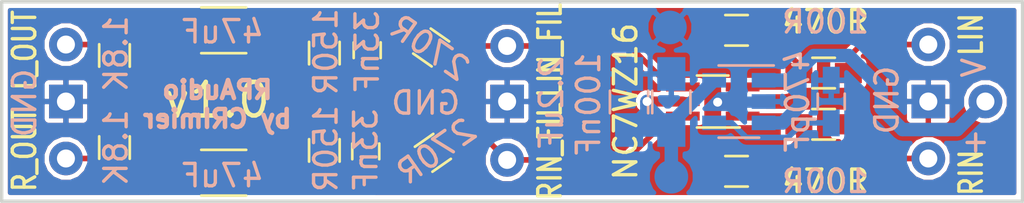
<source format=kicad_pcb>
(kicad_pcb (version 4) (host pcbnew 4.0.7)

  (general
    (links 43)
    (no_connects 0)
    (area 103.747499 94.539999 149.300001 103.580001)
    (thickness 1.6)
    (drawings 6)
    (tracks 92)
    (zones 0)
    (modules 31)
    (nets 15)
  )

  (page A4)
  (layers
    (0 F.Cu signal)
    (31 B.Cu signal)
    (32 B.Adhes user)
    (33 F.Adhes user)
    (34 B.Paste user)
    (35 F.Paste user)
    (36 B.SilkS user)
    (37 F.SilkS user)
    (38 B.Mask user)
    (39 F.Mask user)
    (40 Dwgs.User user)
    (41 Cmts.User user)
    (42 Eco1.User user)
    (43 Eco2.User user)
    (44 Edge.Cuts user)
    (45 Margin user)
    (46 B.CrtYd user)
    (47 F.CrtYd user)
    (48 B.Fab user)
    (49 F.Fab user)
  )

  (setup
    (last_trace_width 0.25)
    (user_trace_width 0.4)
    (user_trace_width 0.5)
    (user_trace_width 0.6)
    (trace_clearance 0.2)
    (zone_clearance 0.2)
    (zone_45_only no)
    (trace_min 0.2)
    (segment_width 0.2)
    (edge_width 0.15)
    (via_size 0.6)
    (via_drill 0.4)
    (via_min_size 0.4)
    (via_min_drill 0.3)
    (uvia_size 0.3)
    (uvia_drill 0.1)
    (uvias_allowed no)
    (uvia_min_size 0.2)
    (uvia_min_drill 0.1)
    (pcb_text_width 0.3)
    (pcb_text_size 1.5 1.5)
    (mod_edge_width 0.15)
    (mod_text_size 1 1)
    (mod_text_width 0.15)
    (pad_size 1.524 1.524)
    (pad_drill 0.762)
    (pad_to_mask_clearance 0.2)
    (aux_axis_origin 149.225 94.615)
    (grid_origin 149.2 94.6)
    (visible_elements 7FFFFFFF)
    (pcbplotparams
      (layerselection 0x010f0_80000001)
      (usegerberextensions true)
      (usegerberattributes true)
      (excludeedgelayer true)
      (linewidth 0.100000)
      (plotframeref false)
      (viasonmask false)
      (mode 1)
      (useauxorigin true)
      (hpglpennumber 1)
      (hpglpenspeed 20)
      (hpglpendiameter 15)
      (hpglpenoverlay 2)
      (psnegative false)
      (psa4output false)
      (plotreference true)
      (plotvalue true)
      (plotinvisibletext false)
      (padsonsilk false)
      (subtractmaskfromsilk false)
      (outputformat 1)
      (mirror false)
      (drillshape 0)
      (scaleselection 1)
      (outputdirectory gerbers/))
  )

  (net 0 "")
  (net 1 "Net-(C1-Pad1)")
  (net 2 L_OUT)
  (net 3 "Net-(C2-Pad1)")
  (net 4 R_OUT)
  (net 5 GND)
  (net 6 "Net-(C5-Pad1)")
  (net 7 +3V3)
  (net 8 R_IN_FIL)
  (net 9 L_IN_FIL)
  (net 10 "Net-(R7-Pad2)")
  (net 11 "Net-(R10-Pad2)")
  (net 12 R_IN_UNF)
  (net 13 L_IN_UNF)
  (net 14 VCC)

  (net_class Default "This is the default net class."
    (clearance 0.2)
    (trace_width 0.25)
    (via_dia 0.6)
    (via_drill 0.4)
    (uvia_dia 0.3)
    (uvia_drill 0.1)
    (add_net +3V3)
    (add_net GND)
    (add_net L_IN_FIL)
    (add_net L_IN_UNF)
    (add_net L_OUT)
    (add_net "Net-(C1-Pad1)")
    (add_net "Net-(C2-Pad1)")
    (add_net "Net-(C5-Pad1)")
    (add_net "Net-(R10-Pad2)")
    (add_net "Net-(R7-Pad2)")
    (add_net R_IN_FIL)
    (add_net R_IN_UNF)
    (add_net R_OUT)
    (add_net VCC)
  )

  (module Capacitors_SMD:C_1206_HandSoldering (layer F.Cu) (tedit 5960C630) (tstamp 5960C13C)
    (at 113.697 95.885 180)
    (descr "Capacitor SMD 1206, hand soldering")
    (tags "capacitor 1206")
    (path /5960B657)
    (attr smd)
    (fp_text reference C1 (at 0 -1.75 180) (layer F.SilkS) hide
      (effects (font (size 1 1) (thickness 0.15)))
    )
    (fp_text value 47uF (at 0.0635 -0.0635 180) (layer B.SilkS)
      (effects (font (size 1 1) (thickness 0.15)) (justify mirror))
    )
    (fp_text user %R (at 0 -1.75 180) (layer F.Fab) hide
      (effects (font (size 1 1) (thickness 0.15)))
    )
    (fp_line (start -1.6 0.8) (end -1.6 -0.8) (layer F.Fab) (width 0.1))
    (fp_line (start 1.6 0.8) (end -1.6 0.8) (layer F.Fab) (width 0.1))
    (fp_line (start 1.6 -0.8) (end 1.6 0.8) (layer F.Fab) (width 0.1))
    (fp_line (start -1.6 -0.8) (end 1.6 -0.8) (layer F.Fab) (width 0.1))
    (fp_line (start 1 -1.02) (end -1 -1.02) (layer F.SilkS) (width 0.12))
    (fp_line (start -1 1.02) (end 1 1.02) (layer F.SilkS) (width 0.12))
    (fp_line (start -3.25 -1.05) (end 3.25 -1.05) (layer F.CrtYd) (width 0.05))
    (fp_line (start -3.25 -1.05) (end -3.25 1.05) (layer F.CrtYd) (width 0.05))
    (fp_line (start 3.25 1.05) (end 3.25 -1.05) (layer F.CrtYd) (width 0.05))
    (fp_line (start 3.25 1.05) (end -3.25 1.05) (layer F.CrtYd) (width 0.05))
    (pad 1 smd rect (at -2 0 180) (size 2 1.6) (layers F.Cu F.Paste F.Mask)
      (net 1 "Net-(C1-Pad1)"))
    (pad 2 smd rect (at 2 0 180) (size 2 1.6) (layers F.Cu F.Paste F.Mask)
      (net 2 L_OUT))
    (model Capacitors_SMD.3dshapes/C_1206.wrl
      (at (xyz 0 0 0))
      (scale (xyz 1 1 1))
      (rotate (xyz 0 0 0))
    )
  )

  (module Capacitors_SMD:C_1206_HandSoldering (layer F.Cu) (tedit 5960C636) (tstamp 5960C142)
    (at 113.697 102.235 180)
    (descr "Capacitor SMD 1206, hand soldering")
    (tags "capacitor 1206")
    (path /5960B759)
    (attr smd)
    (fp_text reference C2 (at 0 -1.75 180) (layer F.SilkS) hide
      (effects (font (size 1 1) (thickness 0.15)))
    )
    (fp_text value 47uF (at 0.0635 -0.127 180) (layer B.SilkS)
      (effects (font (size 1 1) (thickness 0.15)) (justify mirror))
    )
    (fp_text user %R (at 0 -1.75 180) (layer F.Fab) hide
      (effects (font (size 1 1) (thickness 0.15)))
    )
    (fp_line (start -1.6 0.8) (end -1.6 -0.8) (layer F.Fab) (width 0.1))
    (fp_line (start 1.6 0.8) (end -1.6 0.8) (layer F.Fab) (width 0.1))
    (fp_line (start 1.6 -0.8) (end 1.6 0.8) (layer F.Fab) (width 0.1))
    (fp_line (start -1.6 -0.8) (end 1.6 -0.8) (layer F.Fab) (width 0.1))
    (fp_line (start 1 -1.02) (end -1 -1.02) (layer F.SilkS) (width 0.12))
    (fp_line (start -1 1.02) (end 1 1.02) (layer F.SilkS) (width 0.12))
    (fp_line (start -3.25 -1.05) (end 3.25 -1.05) (layer F.CrtYd) (width 0.05))
    (fp_line (start -3.25 -1.05) (end -3.25 1.05) (layer F.CrtYd) (width 0.05))
    (fp_line (start 3.25 1.05) (end 3.25 -1.05) (layer F.CrtYd) (width 0.05))
    (fp_line (start 3.25 1.05) (end -3.25 1.05) (layer F.CrtYd) (width 0.05))
    (pad 1 smd rect (at -2 0 180) (size 2 1.6) (layers F.Cu F.Paste F.Mask)
      (net 3 "Net-(C2-Pad1)"))
    (pad 2 smd rect (at 2 0 180) (size 2 1.6) (layers F.Cu F.Paste F.Mask)
      (net 4 R_OUT))
    (model Capacitors_SMD.3dshapes/C_1206.wrl
      (at (xyz 0 0 0))
      (scale (xyz 1 1 1))
      (rotate (xyz 0 0 0))
    )
  )

  (module Capacitors_SMD:C_0603_HandSoldering (layer F.Cu) (tedit 5960C653) (tstamp 5960C148)
    (at 120.0785 96.7715 270)
    (descr "Capacitor SMD 0603, hand soldering")
    (tags "capacitor 0603")
    (path /5960B938)
    (attr smd)
    (fp_text reference C3 (at 0 -1.25 270) (layer F.SilkS) hide
      (effects (font (size 1 1) (thickness 0.15)))
    )
    (fp_text value 33nF (at 0.066 0 270) (layer B.SilkS)
      (effects (font (size 1 1) (thickness 0.15)) (justify mirror))
    )
    (fp_text user %R (at 0 -1.25 270) (layer F.Fab) hide
      (effects (font (size 1 1) (thickness 0.15)))
    )
    (fp_line (start -0.8 0.4) (end -0.8 -0.4) (layer F.Fab) (width 0.1))
    (fp_line (start 0.8 0.4) (end -0.8 0.4) (layer F.Fab) (width 0.1))
    (fp_line (start 0.8 -0.4) (end 0.8 0.4) (layer F.Fab) (width 0.1))
    (fp_line (start -0.8 -0.4) (end 0.8 -0.4) (layer F.Fab) (width 0.1))
    (fp_line (start -0.35 -0.6) (end 0.35 -0.6) (layer F.SilkS) (width 0.12))
    (fp_line (start 0.35 0.6) (end -0.35 0.6) (layer F.SilkS) (width 0.12))
    (fp_line (start -1.8 -0.65) (end 1.8 -0.65) (layer F.CrtYd) (width 0.05))
    (fp_line (start -1.8 -0.65) (end -1.8 0.65) (layer F.CrtYd) (width 0.05))
    (fp_line (start 1.8 0.65) (end 1.8 -0.65) (layer F.CrtYd) (width 0.05))
    (fp_line (start 1.8 0.65) (end -1.8 0.65) (layer F.CrtYd) (width 0.05))
    (pad 1 smd rect (at -0.95 0 270) (size 1.2 0.75) (layers F.Cu F.Paste F.Mask)
      (net 1 "Net-(C1-Pad1)"))
    (pad 2 smd rect (at 0.95 0 270) (size 1.2 0.75) (layers F.Cu F.Paste F.Mask)
      (net 5 GND))
    (model Capacitors_SMD.3dshapes/C_0603.wrl
      (at (xyz 0 0 0))
      (scale (xyz 1 1 1))
      (rotate (xyz 0 0 0))
    )
  )

  (module Capacitors_SMD:C_0603_HandSoldering (layer F.Cu) (tedit 5960C659) (tstamp 5960C14E)
    (at 120.015 101.2825 270)
    (descr "Capacitor SMD 0603, hand soldering")
    (tags "capacitor 0603")
    (path /5960B9BC)
    (attr smd)
    (fp_text reference C4 (at 0 -1.25 270) (layer F.SilkS) hide
      (effects (font (size 1 1) (thickness 0.15)))
    )
    (fp_text value 33nF (at -0.0635 0 270) (layer B.SilkS)
      (effects (font (size 1 1) (thickness 0.15)) (justify mirror))
    )
    (fp_text user %R (at 0 -1.25 270) (layer F.Fab) hide
      (effects (font (size 1 1) (thickness 0.15)))
    )
    (fp_line (start -0.8 0.4) (end -0.8 -0.4) (layer F.Fab) (width 0.1))
    (fp_line (start 0.8 0.4) (end -0.8 0.4) (layer F.Fab) (width 0.1))
    (fp_line (start 0.8 -0.4) (end 0.8 0.4) (layer F.Fab) (width 0.1))
    (fp_line (start -0.8 -0.4) (end 0.8 -0.4) (layer F.Fab) (width 0.1))
    (fp_line (start -0.35 -0.6) (end 0.35 -0.6) (layer F.SilkS) (width 0.12))
    (fp_line (start 0.35 0.6) (end -0.35 0.6) (layer F.SilkS) (width 0.12))
    (fp_line (start -1.8 -0.65) (end 1.8 -0.65) (layer F.CrtYd) (width 0.05))
    (fp_line (start -1.8 -0.65) (end -1.8 0.65) (layer F.CrtYd) (width 0.05))
    (fp_line (start 1.8 0.65) (end 1.8 -0.65) (layer F.CrtYd) (width 0.05))
    (fp_line (start 1.8 0.65) (end -1.8 0.65) (layer F.CrtYd) (width 0.05))
    (pad 1 smd rect (at -0.95 0 270) (size 1.2 0.75) (layers F.Cu F.Paste F.Mask)
      (net 5 GND))
    (pad 2 smd rect (at 0.95 0 270) (size 1.2 0.75) (layers F.Cu F.Paste F.Mask)
      (net 3 "Net-(C2-Pad1)"))
    (model Capacitors_SMD.3dshapes/C_0603.wrl
      (at (xyz 0 0 0))
      (scale (xyz 1 1 1))
      (rotate (xyz 0 0 0))
    )
  )

  (module Capacitors_SMD:C_0603_HandSoldering (layer B.Cu) (tedit 5960CF2C) (tstamp 5960C154)
    (at 140.716 99.06 90)
    (descr "Capacitor SMD 0603, hand soldering")
    (tags "capacitor 0603")
    (path /5960D313)
    (attr smd)
    (fp_text reference C5 (at 0 1.25 90) (layer B.SilkS) hide
      (effects (font (size 1 1) (thickness 0.15)) (justify mirror))
    )
    (fp_text value 470pF (at 0 -1.5 90) (layer B.SilkS)
      (effects (font (size 1 1) (thickness 0.15)) (justify mirror))
    )
    (fp_text user %R (at 0 1.25 90) (layer B.Fab) hide
      (effects (font (size 1 1) (thickness 0.15)) (justify mirror))
    )
    (fp_line (start -0.8 -0.4) (end -0.8 0.4) (layer B.Fab) (width 0.1))
    (fp_line (start 0.8 -0.4) (end -0.8 -0.4) (layer B.Fab) (width 0.1))
    (fp_line (start 0.8 0.4) (end 0.8 -0.4) (layer B.Fab) (width 0.1))
    (fp_line (start -0.8 0.4) (end 0.8 0.4) (layer B.Fab) (width 0.1))
    (fp_line (start -0.35 0.6) (end 0.35 0.6) (layer B.SilkS) (width 0.12))
    (fp_line (start 0.35 -0.6) (end -0.35 -0.6) (layer B.SilkS) (width 0.12))
    (fp_line (start -1.8 0.65) (end 1.8 0.65) (layer B.CrtYd) (width 0.05))
    (fp_line (start -1.8 0.65) (end -1.8 -0.65) (layer B.CrtYd) (width 0.05))
    (fp_line (start 1.8 -0.65) (end 1.8 0.65) (layer B.CrtYd) (width 0.05))
    (fp_line (start 1.8 -0.65) (end -1.8 -0.65) (layer B.CrtYd) (width 0.05))
    (pad 1 smd rect (at -0.95 0 90) (size 1.2 0.75) (layers B.Cu B.Paste B.Mask)
      (net 6 "Net-(C5-Pad1)"))
    (pad 2 smd rect (at 0.95 0 90) (size 1.2 0.75) (layers B.Cu B.Paste B.Mask)
      (net 5 GND))
    (model Capacitors_SMD.3dshapes/C_0603.wrl
      (at (xyz 0 0 0))
      (scale (xyz 1 1 1))
      (rotate (xyz 0 0 0))
    )
  )

  (module Capacitors_SMD:C_0805_HandSoldering (layer B.Cu) (tedit 5960CF54) (tstamp 5960C15A)
    (at 131.7244 99.08 90)
    (descr "Capacitor SMD 0805, hand soldering")
    (tags "capacitor 0805")
    (path /5960D50B)
    (attr smd)
    (fp_text reference C6 (at 0 1.75 90) (layer B.SilkS) hide
      (effects (font (size 1 1) (thickness 0.15)) (justify mirror))
    )
    (fp_text value 2.2uF (at -0.0435 -3.4544 90) (layer B.SilkS)
      (effects (font (size 1 1) (thickness 0.15)) (justify mirror))
    )
    (fp_text user %R (at 0 1.75 90) (layer B.Fab)
      (effects (font (size 1 1) (thickness 0.15)) (justify mirror))
    )
    (fp_line (start -1 -0.62) (end -1 0.62) (layer B.Fab) (width 0.1))
    (fp_line (start 1 -0.62) (end -1 -0.62) (layer B.Fab) (width 0.1))
    (fp_line (start 1 0.62) (end 1 -0.62) (layer B.Fab) (width 0.1))
    (fp_line (start -1 0.62) (end 1 0.62) (layer B.Fab) (width 0.1))
    (fp_line (start 0.5 0.85) (end -0.5 0.85) (layer B.SilkS) (width 0.12))
    (fp_line (start -0.5 -0.85) (end 0.5 -0.85) (layer B.SilkS) (width 0.12))
    (fp_line (start -2.25 0.88) (end 2.25 0.88) (layer B.CrtYd) (width 0.05))
    (fp_line (start -2.25 0.88) (end -2.25 -0.87) (layer B.CrtYd) (width 0.05))
    (fp_line (start 2.25 -0.87) (end 2.25 0.88) (layer B.CrtYd) (width 0.05))
    (fp_line (start 2.25 -0.87) (end -2.25 -0.87) (layer B.CrtYd) (width 0.05))
    (pad 1 smd rect (at -1.25 0 90) (size 1.5 1.25) (layers B.Cu B.Paste B.Mask)
      (net 7 +3V3))
    (pad 2 smd rect (at 1.25 0 90) (size 1.5 1.25) (layers B.Cu B.Paste B.Mask)
      (net 5 GND))
    (model Capacitors_SMD.3dshapes/C_0805.wrl
      (at (xyz 0 0 0))
      (scale (xyz 1 1 1))
      (rotate (xyz 0 0 0))
    )
  )

  (module Capacitors_SMD:C_0805_HandSoldering (layer B.Cu) (tedit 5960CF4C) (tstamp 5960C160)
    (at 133.604 99.08 90)
    (descr "Capacitor SMD 0805, hand soldering")
    (tags "capacitor 0805")
    (path /5960F310)
    (attr smd)
    (fp_text reference C7 (at 0 1.75 90) (layer B.SilkS) hide
      (effects (font (size 1 1) (thickness 0.15)) (justify mirror))
    )
    (fp_text value 100nF (at -0.107 -3.683 90) (layer B.SilkS)
      (effects (font (size 1 1) (thickness 0.15)) (justify mirror))
    )
    (fp_text user %R (at 0 1.75 90) (layer B.Fab)
      (effects (font (size 1 1) (thickness 0.15)) (justify mirror))
    )
    (fp_line (start -1 -0.62) (end -1 0.62) (layer B.Fab) (width 0.1))
    (fp_line (start 1 -0.62) (end -1 -0.62) (layer B.Fab) (width 0.1))
    (fp_line (start 1 0.62) (end 1 -0.62) (layer B.Fab) (width 0.1))
    (fp_line (start -1 0.62) (end 1 0.62) (layer B.Fab) (width 0.1))
    (fp_line (start 0.5 0.85) (end -0.5 0.85) (layer B.SilkS) (width 0.12))
    (fp_line (start -0.5 -0.85) (end 0.5 -0.85) (layer B.SilkS) (width 0.12))
    (fp_line (start -2.25 0.88) (end 2.25 0.88) (layer B.CrtYd) (width 0.05))
    (fp_line (start -2.25 0.88) (end -2.25 -0.87) (layer B.CrtYd) (width 0.05))
    (fp_line (start 2.25 -0.87) (end 2.25 0.88) (layer B.CrtYd) (width 0.05))
    (fp_line (start 2.25 -0.87) (end -2.25 -0.87) (layer B.CrtYd) (width 0.05))
    (pad 1 smd rect (at -1.25 0 90) (size 1.5 1.25) (layers B.Cu B.Paste B.Mask)
      (net 7 +3V3))
    (pad 2 smd rect (at 1.25 0 90) (size 1.5 1.25) (layers B.Cu B.Paste B.Mask)
      (net 5 GND))
    (model Capacitors_SMD.3dshapes/C_0805.wrl
      (at (xyz 0 0 0))
      (scale (xyz 1 1 1))
      (rotate (xyz 0 0 0))
    )
  )

  (module Resistors_SMD:R_0603_HandSoldering (layer F.Cu) (tedit 5960C63E) (tstamp 5960C166)
    (at 108.839 97.0075 270)
    (descr "Resistor SMD 0603, hand soldering")
    (tags "resistor 0603")
    (path /5960BF04)
    (attr smd)
    (fp_text reference R1 (at 0 -1.45 270) (layer F.SilkS) hide
      (effects (font (size 1 1) (thickness 0.15)))
    )
    (fp_text value 1.8K (at -0.084 -0.0635 270) (layer B.SilkS)
      (effects (font (size 1 1) (thickness 0.15)) (justify mirror))
    )
    (fp_text user %R (at 0 0 270) (layer F.Fab) hide
      (effects (font (size 0.5 0.5) (thickness 0.075)))
    )
    (fp_line (start -0.8 0.4) (end -0.8 -0.4) (layer F.Fab) (width 0.1))
    (fp_line (start 0.8 0.4) (end -0.8 0.4) (layer F.Fab) (width 0.1))
    (fp_line (start 0.8 -0.4) (end 0.8 0.4) (layer F.Fab) (width 0.1))
    (fp_line (start -0.8 -0.4) (end 0.8 -0.4) (layer F.Fab) (width 0.1))
    (fp_line (start 0.5 0.68) (end -0.5 0.68) (layer F.SilkS) (width 0.12))
    (fp_line (start -0.5 -0.68) (end 0.5 -0.68) (layer F.SilkS) (width 0.12))
    (fp_line (start -1.96 -0.7) (end 1.95 -0.7) (layer F.CrtYd) (width 0.05))
    (fp_line (start -1.96 -0.7) (end -1.96 0.7) (layer F.CrtYd) (width 0.05))
    (fp_line (start 1.95 0.7) (end 1.95 -0.7) (layer F.CrtYd) (width 0.05))
    (fp_line (start 1.95 0.7) (end -1.96 0.7) (layer F.CrtYd) (width 0.05))
    (pad 1 smd rect (at -1.1 0 270) (size 1.2 0.9) (layers F.Cu F.Paste F.Mask)
      (net 2 L_OUT))
    (pad 2 smd rect (at 1.1 0 270) (size 1.2 0.9) (layers F.Cu F.Paste F.Mask)
      (net 5 GND))
    (model ${KISYS3DMOD}/Resistors_SMD.3dshapes/R_0603.wrl
      (at (xyz 0 0 0))
      (scale (xyz 1 1 1))
      (rotate (xyz 0 0 0))
    )
  )

  (module Resistors_SMD:R_0603_HandSoldering (layer F.Cu) (tedit 5960C63A) (tstamp 5960C16C)
    (at 108.839 101.1125 270)
    (descr "Resistor SMD 0603, hand soldering")
    (tags "resistor 0603")
    (path /5960C02F)
    (attr smd)
    (fp_text reference R2 (at 0 -1.45 270) (layer F.SilkS) hide
      (effects (font (size 1 1) (thickness 0.15)))
    )
    (fp_text value 1.8K (at 0 -0.0635 270) (layer B.SilkS)
      (effects (font (size 1 1) (thickness 0.15)) (justify mirror))
    )
    (fp_text user %R (at 0 0 270) (layer F.Fab) hide
      (effects (font (size 0.5 0.5) (thickness 0.075)))
    )
    (fp_line (start -0.8 0.4) (end -0.8 -0.4) (layer F.Fab) (width 0.1))
    (fp_line (start 0.8 0.4) (end -0.8 0.4) (layer F.Fab) (width 0.1))
    (fp_line (start 0.8 -0.4) (end 0.8 0.4) (layer F.Fab) (width 0.1))
    (fp_line (start -0.8 -0.4) (end 0.8 -0.4) (layer F.Fab) (width 0.1))
    (fp_line (start 0.5 0.68) (end -0.5 0.68) (layer F.SilkS) (width 0.12))
    (fp_line (start -0.5 -0.68) (end 0.5 -0.68) (layer F.SilkS) (width 0.12))
    (fp_line (start -1.96 -0.7) (end 1.95 -0.7) (layer F.CrtYd) (width 0.05))
    (fp_line (start -1.96 -0.7) (end -1.96 0.7) (layer F.CrtYd) (width 0.05))
    (fp_line (start 1.95 0.7) (end 1.95 -0.7) (layer F.CrtYd) (width 0.05))
    (fp_line (start 1.95 0.7) (end -1.96 0.7) (layer F.CrtYd) (width 0.05))
    (pad 1 smd rect (at -1.1 0 270) (size 1.2 0.9) (layers F.Cu F.Paste F.Mask)
      (net 5 GND))
    (pad 2 smd rect (at 1.1 0 270) (size 1.2 0.9) (layers F.Cu F.Paste F.Mask)
      (net 4 R_OUT))
    (model ${KISYS3DMOD}/Resistors_SMD.3dshapes/R_0603.wrl
      (at (xyz 0 0 0))
      (scale (xyz 1 1 1))
      (rotate (xyz 0 0 0))
    )
  )

  (module Resistors_SMD:R_0603_HandSoldering (layer F.Cu) (tedit 5960C646) (tstamp 5960C172)
    (at 118.1735 96.901 270)
    (descr "Resistor SMD 0603, hand soldering")
    (tags "resistor 0603")
    (path /5960B5E5)
    (attr smd)
    (fp_text reference R3 (at 0 -1.45 270) (layer F.SilkS) hide
      (effects (font (size 1 1) (thickness 0.15)))
    )
    (fp_text value 150R (at -0.0635 -0.0635 270) (layer B.SilkS)
      (effects (font (size 1 1) (thickness 0.15)) (justify mirror))
    )
    (fp_text user %R (at 0 0 270) (layer F.Fab)
      (effects (font (size 0.5 0.5) (thickness 0.075)))
    )
    (fp_line (start -0.8 0.4) (end -0.8 -0.4) (layer F.Fab) (width 0.1))
    (fp_line (start 0.8 0.4) (end -0.8 0.4) (layer F.Fab) (width 0.1))
    (fp_line (start 0.8 -0.4) (end 0.8 0.4) (layer F.Fab) (width 0.1))
    (fp_line (start -0.8 -0.4) (end 0.8 -0.4) (layer F.Fab) (width 0.1))
    (fp_line (start 0.5 0.68) (end -0.5 0.68) (layer F.SilkS) (width 0.12))
    (fp_line (start -0.5 -0.68) (end 0.5 -0.68) (layer F.SilkS) (width 0.12))
    (fp_line (start -1.96 -0.7) (end 1.95 -0.7) (layer F.CrtYd) (width 0.05))
    (fp_line (start -1.96 -0.7) (end -1.96 0.7) (layer F.CrtYd) (width 0.05))
    (fp_line (start 1.95 0.7) (end 1.95 -0.7) (layer F.CrtYd) (width 0.05))
    (fp_line (start 1.95 0.7) (end -1.96 0.7) (layer F.CrtYd) (width 0.05))
    (pad 1 smd rect (at -1.1 0 270) (size 1.2 0.9) (layers F.Cu F.Paste F.Mask)
      (net 1 "Net-(C1-Pad1)"))
    (pad 2 smd rect (at 1.1 0 270) (size 1.2 0.9) (layers F.Cu F.Paste F.Mask)
      (net 5 GND))
    (model ${KISYS3DMOD}/Resistors_SMD.3dshapes/R_0603.wrl
      (at (xyz 0 0 0))
      (scale (xyz 1 1 1))
      (rotate (xyz 0 0 0))
    )
  )

  (module Resistors_SMD:R_0603_HandSoldering (layer F.Cu) (tedit 5960C64E) (tstamp 5960C178)
    (at 118.1735 101.2395 270)
    (descr "Resistor SMD 0603, hand soldering")
    (tags "resistor 0603")
    (path /5960B7A2)
    (attr smd)
    (fp_text reference R4 (at 0 -1.45 270) (layer F.SilkS) hide
      (effects (font (size 1 1) (thickness 0.15)))
    )
    (fp_text value 150R (at -0.084 -0.0635 270) (layer B.SilkS)
      (effects (font (size 1 1) (thickness 0.15)) (justify mirror))
    )
    (fp_text user %R (at 0 0 270) (layer F.Fab)
      (effects (font (size 0.5 0.5) (thickness 0.075)))
    )
    (fp_line (start -0.8 0.4) (end -0.8 -0.4) (layer F.Fab) (width 0.1))
    (fp_line (start 0.8 0.4) (end -0.8 0.4) (layer F.Fab) (width 0.1))
    (fp_line (start 0.8 -0.4) (end 0.8 0.4) (layer F.Fab) (width 0.1))
    (fp_line (start -0.8 -0.4) (end 0.8 -0.4) (layer F.Fab) (width 0.1))
    (fp_line (start 0.5 0.68) (end -0.5 0.68) (layer F.SilkS) (width 0.12))
    (fp_line (start -0.5 -0.68) (end 0.5 -0.68) (layer F.SilkS) (width 0.12))
    (fp_line (start -1.96 -0.7) (end 1.95 -0.7) (layer F.CrtYd) (width 0.05))
    (fp_line (start -1.96 -0.7) (end -1.96 0.7) (layer F.CrtYd) (width 0.05))
    (fp_line (start 1.95 0.7) (end 1.95 -0.7) (layer F.CrtYd) (width 0.05))
    (fp_line (start 1.95 0.7) (end -1.96 0.7) (layer F.CrtYd) (width 0.05))
    (pad 1 smd rect (at -1.1 0 270) (size 1.2 0.9) (layers F.Cu F.Paste F.Mask)
      (net 5 GND))
    (pad 2 smd rect (at 1.1 0 270) (size 1.2 0.9) (layers F.Cu F.Paste F.Mask)
      (net 3 "Net-(C2-Pad1)"))
    (model ${KISYS3DMOD}/Resistors_SMD.3dshapes/R_0603.wrl
      (at (xyz 0 0 0))
      (scale (xyz 1 1 1))
      (rotate (xyz 0 0 0))
    )
  )

  (module Resistors_SMD:R_0603_HandSoldering (layer F.Cu) (tedit 5960C65E) (tstamp 5960C17E)
    (at 122.923933 96.651066 145)
    (descr "Resistor SMD 0603, hand soldering")
    (tags "resistor 0603")
    (path /5960BA99)
    (attr smd)
    (fp_text reference R5 (at 0 -1.45 145) (layer F.SilkS) hide
      (effects (font (size 1 1) (thickness 0.15)))
    )
    (fp_text value 270R (at 0.036422 -0.052016 145) (layer B.SilkS)
      (effects (font (size 1 1) (thickness 0.15)) (justify mirror))
    )
    (fp_text user %R (at 0 0 145) (layer F.Fab)
      (effects (font (size 0.5 0.5) (thickness 0.075)))
    )
    (fp_line (start -0.8 0.4) (end -0.8 -0.4) (layer F.Fab) (width 0.1))
    (fp_line (start 0.8 0.4) (end -0.8 0.4) (layer F.Fab) (width 0.1))
    (fp_line (start 0.8 -0.4) (end 0.8 0.4) (layer F.Fab) (width 0.1))
    (fp_line (start -0.8 -0.4) (end 0.8 -0.4) (layer F.Fab) (width 0.1))
    (fp_line (start 0.5 0.68) (end -0.5 0.68) (layer F.SilkS) (width 0.12))
    (fp_line (start -0.5 -0.68) (end 0.5 -0.68) (layer F.SilkS) (width 0.12))
    (fp_line (start -1.96 -0.7) (end 1.95 -0.7) (layer F.CrtYd) (width 0.05))
    (fp_line (start -1.96 -0.7) (end -1.96 0.7) (layer F.CrtYd) (width 0.05))
    (fp_line (start 1.95 0.7) (end 1.95 -0.7) (layer F.CrtYd) (width 0.05))
    (fp_line (start 1.95 0.7) (end -1.96 0.7) (layer F.CrtYd) (width 0.05))
    (pad 1 smd rect (at -1.1 0 145) (size 1.2 0.9) (layers F.Cu F.Paste F.Mask)
      (net 9 L_IN_FIL))
    (pad 2 smd rect (at 1.1 0 145) (size 1.2 0.9) (layers F.Cu F.Paste F.Mask)
      (net 1 "Net-(C1-Pad1)"))
    (model ${KISYS3DMOD}/Resistors_SMD.3dshapes/R_0603.wrl
      (at (xyz 0 0 0))
      (scale (xyz 1 1 1))
      (rotate (xyz 0 0 0))
    )
  )

  (module Resistors_SMD:R_0603_HandSoldering (layer F.Cu) (tedit 5960C664) (tstamp 5960C184)
    (at 122.9995 101.346 215)
    (descr "Resistor SMD 0603, hand soldering")
    (tags "resistor 0603")
    (path /5960BB1C)
    (attr smd)
    (fp_text reference R6 (at 0 -1.45 215) (layer F.SilkS) hide
      (effects (font (size 1 1) (thickness 0.15)))
    )
    (fp_text value 270R (at -0.176877 -0.031188 215) (layer B.SilkS)
      (effects (font (size 1 1) (thickness 0.15)) (justify mirror))
    )
    (fp_text user %R (at 0 0 215) (layer F.Fab)
      (effects (font (size 0.5 0.5) (thickness 0.075)))
    )
    (fp_line (start -0.8 0.4) (end -0.8 -0.4) (layer F.Fab) (width 0.1))
    (fp_line (start 0.8 0.4) (end -0.8 0.4) (layer F.Fab) (width 0.1))
    (fp_line (start 0.8 -0.4) (end 0.8 0.4) (layer F.Fab) (width 0.1))
    (fp_line (start -0.8 -0.4) (end 0.8 -0.4) (layer F.Fab) (width 0.1))
    (fp_line (start 0.5 0.68) (end -0.5 0.68) (layer F.SilkS) (width 0.12))
    (fp_line (start -0.5 -0.68) (end 0.5 -0.68) (layer F.SilkS) (width 0.12))
    (fp_line (start -1.96 -0.7) (end 1.95 -0.7) (layer F.CrtYd) (width 0.05))
    (fp_line (start -1.96 -0.7) (end -1.96 0.7) (layer F.CrtYd) (width 0.05))
    (fp_line (start 1.95 0.7) (end 1.95 -0.7) (layer F.CrtYd) (width 0.05))
    (fp_line (start 1.95 0.7) (end -1.96 0.7) (layer F.CrtYd) (width 0.05))
    (pad 1 smd rect (at -1.1 0 215) (size 1.2 0.9) (layers F.Cu F.Paste F.Mask)
      (net 8 R_IN_FIL))
    (pad 2 smd rect (at 1.1 0 215) (size 1.2 0.9) (layers F.Cu F.Paste F.Mask)
      (net 3 "Net-(C2-Pad1)"))
    (model ${KISYS3DMOD}/Resistors_SMD.3dshapes/R_0603.wrl
      (at (xyz 0 0 0))
      (scale (xyz 1 1 1))
      (rotate (xyz 0 0 0))
    )
  )

  (module Resistors_SMD:R_0603_HandSoldering (layer F.Cu) (tedit 5960C80A) (tstamp 5960C18A)
    (at 136.5045 95.885)
    (descr "Resistor SMD 0603, hand soldering")
    (tags "resistor 0603")
    (path /5960C639)
    (attr smd)
    (fp_text reference R7 (at 0 -1.45) (layer F.SilkS) hide
      (effects (font (size 1 1) (thickness 0.15)))
    )
    (fp_text value 470R (at 3.9575 -0.381) (layer F.SilkS)
      (effects (font (size 1 1) (thickness 0.15)))
    )
    (fp_text user %R (at 0 0) (layer F.Fab)
      (effects (font (size 0.5 0.5) (thickness 0.075)))
    )
    (fp_line (start -0.8 0.4) (end -0.8 -0.4) (layer F.Fab) (width 0.1))
    (fp_line (start 0.8 0.4) (end -0.8 0.4) (layer F.Fab) (width 0.1))
    (fp_line (start 0.8 -0.4) (end 0.8 0.4) (layer F.Fab) (width 0.1))
    (fp_line (start -0.8 -0.4) (end 0.8 -0.4) (layer F.Fab) (width 0.1))
    (fp_line (start 0.5 0.68) (end -0.5 0.68) (layer F.SilkS) (width 0.12))
    (fp_line (start -0.5 -0.68) (end 0.5 -0.68) (layer F.SilkS) (width 0.12))
    (fp_line (start -1.96 -0.7) (end 1.95 -0.7) (layer F.CrtYd) (width 0.05))
    (fp_line (start -1.96 -0.7) (end -1.96 0.7) (layer F.CrtYd) (width 0.05))
    (fp_line (start 1.95 0.7) (end 1.95 -0.7) (layer F.CrtYd) (width 0.05))
    (fp_line (start 1.95 0.7) (end -1.96 0.7) (layer F.CrtYd) (width 0.05))
    (pad 1 smd rect (at -1.1 0) (size 1.2 0.9) (layers F.Cu F.Paste F.Mask)
      (net 5 GND))
    (pad 2 smd rect (at 1.1 0) (size 1.2 0.9) (layers F.Cu F.Paste F.Mask)
      (net 10 "Net-(R7-Pad2)"))
    (model ${KISYS3DMOD}/Resistors_SMD.3dshapes/R_0603.wrl
      (at (xyz 0 0 0))
      (scale (xyz 1 1 1))
      (rotate (xyz 0 0 0))
    )
  )

  (module Resistors_SMD:R_0603_HandSoldering (layer F.Cu) (tedit 5960C816) (tstamp 5960C190)
    (at 136.5045 102.1715)
    (descr "Resistor SMD 0603, hand soldering")
    (tags "resistor 0603")
    (path /5960C71B)
    (attr smd)
    (fp_text reference R8 (at 0 -1.45) (layer F.SilkS) hide
      (effects (font (size 1 1) (thickness 0.15)))
    )
    (fp_text value 470R (at 3.9575 0.4445 180) (layer F.SilkS)
      (effects (font (size 1 1) (thickness 0.15)))
    )
    (fp_text user %R (at 0 0) (layer F.Fab)
      (effects (font (size 0.5 0.5) (thickness 0.075)))
    )
    (fp_line (start -0.8 0.4) (end -0.8 -0.4) (layer F.Fab) (width 0.1))
    (fp_line (start 0.8 0.4) (end -0.8 0.4) (layer F.Fab) (width 0.1))
    (fp_line (start 0.8 -0.4) (end 0.8 0.4) (layer F.Fab) (width 0.1))
    (fp_line (start -0.8 -0.4) (end 0.8 -0.4) (layer F.Fab) (width 0.1))
    (fp_line (start 0.5 0.68) (end -0.5 0.68) (layer F.SilkS) (width 0.12))
    (fp_line (start -0.5 -0.68) (end 0.5 -0.68) (layer F.SilkS) (width 0.12))
    (fp_line (start -1.96 -0.7) (end 1.95 -0.7) (layer F.CrtYd) (width 0.05))
    (fp_line (start -1.96 -0.7) (end -1.96 0.7) (layer F.CrtYd) (width 0.05))
    (fp_line (start 1.95 0.7) (end 1.95 -0.7) (layer F.CrtYd) (width 0.05))
    (fp_line (start 1.95 0.7) (end -1.96 0.7) (layer F.CrtYd) (width 0.05))
    (pad 1 smd rect (at -1.1 0) (size 1.2 0.9) (layers F.Cu F.Paste F.Mask)
      (net 5 GND))
    (pad 2 smd rect (at 1.1 0) (size 1.2 0.9) (layers F.Cu F.Paste F.Mask)
      (net 11 "Net-(R10-Pad2)"))
    (model ${KISYS3DMOD}/Resistors_SMD.3dshapes/R_0603.wrl
      (at (xyz 0 0 0))
      (scale (xyz 1 1 1))
      (rotate (xyz 0 0 0))
    )
  )

  (module Resistors_SMD:R_0603_HandSoldering (layer F.Cu) (tedit 5960C85C) (tstamp 5960C196)
    (at 140.378 97.79 180)
    (descr "Resistor SMD 0603, hand soldering")
    (tags "resistor 0603")
    (path /5960C433)
    (attr smd)
    (fp_text reference R9 (at 0 -1.45 180) (layer F.SilkS) hide
      (effects (font (size 1 1) (thickness 0.15)))
    )
    (fp_text value 100R (at -0.084 2.286 180) (layer B.SilkS)
      (effects (font (size 1 1) (thickness 0.15)) (justify mirror))
    )
    (fp_text user %R (at 0 0 180) (layer F.Fab)
      (effects (font (size 0.5 0.5) (thickness 0.075)))
    )
    (fp_line (start -0.8 0.4) (end -0.8 -0.4) (layer F.Fab) (width 0.1))
    (fp_line (start 0.8 0.4) (end -0.8 0.4) (layer F.Fab) (width 0.1))
    (fp_line (start 0.8 -0.4) (end 0.8 0.4) (layer F.Fab) (width 0.1))
    (fp_line (start -0.8 -0.4) (end 0.8 -0.4) (layer F.Fab) (width 0.1))
    (fp_line (start 0.5 0.68) (end -0.5 0.68) (layer F.SilkS) (width 0.12))
    (fp_line (start -0.5 -0.68) (end 0.5 -0.68) (layer F.SilkS) (width 0.12))
    (fp_line (start -1.96 -0.7) (end 1.95 -0.7) (layer F.CrtYd) (width 0.05))
    (fp_line (start -1.96 -0.7) (end -1.96 0.7) (layer F.CrtYd) (width 0.05))
    (fp_line (start 1.95 0.7) (end 1.95 -0.7) (layer F.CrtYd) (width 0.05))
    (fp_line (start 1.95 0.7) (end -1.96 0.7) (layer F.CrtYd) (width 0.05))
    (pad 1 smd rect (at -1.1 0 180) (size 1.2 0.9) (layers F.Cu F.Paste F.Mask)
      (net 13 L_IN_UNF))
    (pad 2 smd rect (at 1.1 0 180) (size 1.2 0.9) (layers F.Cu F.Paste F.Mask)
      (net 10 "Net-(R7-Pad2)"))
    (model ${KISYS3DMOD}/Resistors_SMD.3dshapes/R_0603.wrl
      (at (xyz 0 0 0))
      (scale (xyz 1 1 1))
      (rotate (xyz 0 0 0))
    )
  )

  (module Resistors_SMD:R_0603_HandSoldering (layer F.Cu) (tedit 5960C865) (tstamp 5960C19C)
    (at 140.378 100.076 180)
    (descr "Resistor SMD 0603, hand soldering")
    (tags "resistor 0603")
    (path /5960C507)
    (attr smd)
    (fp_text reference R10 (at 0 -1.45 180) (layer F.SilkS) hide
      (effects (font (size 1 1) (thickness 0.15)))
    )
    (fp_text value 100R (at -0.084 -2.54 180) (layer B.SilkS)
      (effects (font (size 1 1) (thickness 0.15)) (justify mirror))
    )
    (fp_text user %R (at 0 0 180) (layer F.Fab)
      (effects (font (size 0.5 0.5) (thickness 0.075)))
    )
    (fp_line (start -0.8 0.4) (end -0.8 -0.4) (layer F.Fab) (width 0.1))
    (fp_line (start 0.8 0.4) (end -0.8 0.4) (layer F.Fab) (width 0.1))
    (fp_line (start 0.8 -0.4) (end 0.8 0.4) (layer F.Fab) (width 0.1))
    (fp_line (start -0.8 -0.4) (end 0.8 -0.4) (layer F.Fab) (width 0.1))
    (fp_line (start 0.5 0.68) (end -0.5 0.68) (layer F.SilkS) (width 0.12))
    (fp_line (start -0.5 -0.68) (end 0.5 -0.68) (layer F.SilkS) (width 0.12))
    (fp_line (start -1.96 -0.7) (end 1.95 -0.7) (layer F.CrtYd) (width 0.05))
    (fp_line (start -1.96 -0.7) (end -1.96 0.7) (layer F.CrtYd) (width 0.05))
    (fp_line (start 1.95 0.7) (end 1.95 -0.7) (layer F.CrtYd) (width 0.05))
    (fp_line (start 1.95 0.7) (end -1.96 0.7) (layer F.CrtYd) (width 0.05))
    (pad 1 smd rect (at -1.1 0 180) (size 1.2 0.9) (layers F.Cu F.Paste F.Mask)
      (net 12 R_IN_UNF))
    (pad 2 smd rect (at 1.1 0 180) (size 1.2 0.9) (layers F.Cu F.Paste F.Mask)
      (net 11 "Net-(R10-Pad2)"))
    (model ${KISYS3DMOD}/Resistors_SMD.3dshapes/R_0603.wrl
      (at (xyz 0 0 0))
      (scale (xyz 1 1 1))
      (rotate (xyz 0 0 0))
    )
  )

  (module Measurement_Points:Measurement_Point_Round-TH_Small (layer F.Cu) (tedit 5960C606) (tstamp 5960C1A1)
    (at 106.68 96.52)
    (descr "Mesurement Point, Square, Trough Hole,  DM 1.5mm, Drill 0.8mm,")
    (tags "Mesurement Point Round Trough Hole 1.5mm Drill 0.8mm")
    (path /5960DCD8)
    (attr virtual)
    (fp_text reference TP1 (at 0 -2) (layer F.SilkS) hide
      (effects (font (size 1 1) (thickness 0.15)))
    )
    (fp_text value L_OUT (at -1.8415 0.254 90) (layer F.SilkS)
      (effects (font (size 1 0.8) (thickness 0.15)))
    )
    (fp_circle (center 0 0) (end 1 0) (layer F.CrtYd) (width 0.05))
    (pad 1 thru_hole circle (at 0 0) (size 1.5 1.5) (drill 0.8) (layers *.Cu *.Mask)
      (net 2 L_OUT))
  )

  (module Measurement_Points:Measurement_Point_Square-TH_Small (layer F.Cu) (tedit 5960CA34) (tstamp 5960C1A6)
    (at 145.034 99.06)
    (descr "Mesurement Point, Square, Trough Hole,  1.5mm x 1.5mm, Drill 0.8mm,")
    (tags "Mesurement Point Square Trough Hole 1.5x1.5mm Drill 0.8mm")
    (path /5960E85C)
    (attr virtual)
    (fp_text reference TP2 (at 0 -2) (layer F.SilkS) hide
      (effects (font (size 1 1) (thickness 0.15)))
    )
    (fp_text value GND (at -1.8415 -0.0635 90) (layer B.SilkS)
      (effects (font (size 1 1) (thickness 0.15)) (justify mirror))
    )
    (fp_line (start -1 -1) (end 1 -1) (layer F.CrtYd) (width 0.05))
    (fp_line (start 1 -1) (end 1 1) (layer F.CrtYd) (width 0.05))
    (fp_line (start 1 1) (end -1 1) (layer F.CrtYd) (width 0.05))
    (fp_line (start -1 1) (end -1 -1) (layer F.CrtYd) (width 0.05))
    (pad 1 thru_hole rect (at 0 0) (size 1.5 1.5) (drill 0.8) (layers *.Cu *.Mask)
      (net 5 GND))
  )

  (module Measurement_Points:Measurement_Point_Round-TH_Small (layer F.Cu) (tedit 5960C61C) (tstamp 5960C1AB)
    (at 106.68 101.6)
    (descr "Mesurement Point, Square, Trough Hole,  DM 1.5mm, Drill 0.8mm,")
    (tags "Mesurement Point Round Trough Hole 1.5mm Drill 0.8mm")
    (path /5960DEC5)
    (attr virtual)
    (fp_text reference TP3 (at 0 -2) (layer F.SilkS) hide
      (effects (font (size 1 1) (thickness 0.15)))
    )
    (fp_text value R_OUT (at -1.8415 -0.381 90) (layer F.SilkS)
      (effects (font (size 1 0.8) (thickness 0.15)))
    )
    (fp_circle (center 0 0) (end 1 0) (layer F.CrtYd) (width 0.05))
    (pad 1 thru_hole circle (at 0 0) (size 1.5 1.5) (drill 0.8) (layers *.Cu *.Mask)
      (net 4 R_OUT))
  )

  (module Measurement_Points:Measurement_Point_Round-TH_Small (layer F.Cu) (tedit 5960C76C) (tstamp 5960C1B0)
    (at 126.3015 96.5835)
    (descr "Mesurement Point, Square, Trough Hole,  DM 1.5mm, Drill 0.8mm,")
    (tags "Mesurement Point Round Trough Hole 1.5mm Drill 0.8mm")
    (path /5960E093)
    (attr virtual)
    (fp_text reference TP4 (at 0 -2) (layer F.SilkS) hide
      (effects (font (size 1 1) (thickness 0.15)))
    )
    (fp_text value LIN_FIL (at 1.905 0.1905 90) (layer F.SilkS)
      (effects (font (size 1 0.8) (thickness 0.15)))
    )
    (fp_circle (center 0 0) (end 1 0) (layer F.CrtYd) (width 0.05))
    (pad 1 thru_hole circle (at 0 0) (size 1.5 1.5) (drill 0.8) (layers *.Cu *.Mask)
      (net 9 L_IN_FIL))
  )

  (module Measurement_Points:Measurement_Point_Square-TH_Small (layer F.Cu) (tedit 5960C68D) (tstamp 5960C1B5)
    (at 126.3015 99.06)
    (descr "Mesurement Point, Square, Trough Hole,  1.5mm x 1.5mm, Drill 0.8mm,")
    (tags "Mesurement Point Square Trough Hole 1.5x1.5mm Drill 0.8mm")
    (path /5960E635)
    (attr virtual)
    (fp_text reference TP5 (at 0 -2) (layer F.SilkS) hide
      (effects (font (size 1 1) (thickness 0.15)))
    )
    (fp_text value GND (at -3.6195 0.0635 180) (layer B.SilkS)
      (effects (font (size 1 1) (thickness 0.15)) (justify mirror))
    )
    (fp_line (start -1 -1) (end 1 -1) (layer F.CrtYd) (width 0.05))
    (fp_line (start 1 -1) (end 1 1) (layer F.CrtYd) (width 0.05))
    (fp_line (start 1 1) (end -1 1) (layer F.CrtYd) (width 0.05))
    (fp_line (start -1 1) (end -1 -1) (layer F.CrtYd) (width 0.05))
    (pad 1 thru_hole rect (at 0 0) (size 1.5 1.5) (drill 0.8) (layers *.Cu *.Mask)
      (net 5 GND))
  )

  (module Measurement_Points:Measurement_Point_Round-TH_Small (layer F.Cu) (tedit 5960C767) (tstamp 5960C1BA)
    (at 126.3015 101.6635)
    (descr "Mesurement Point, Square, Trough Hole,  DM 1.5mm, Drill 0.8mm,")
    (tags "Mesurement Point Round Trough Hole 1.5mm Drill 0.8mm")
    (path /5960E1CF)
    (attr virtual)
    (fp_text reference TP6 (at 0 -2) (layer F.SilkS) hide
      (effects (font (size 1 1) (thickness 0.15)))
    )
    (fp_text value RIN_FIL (at 1.905 -0.381 90) (layer F.SilkS)
      (effects (font (size 1 0.8) (thickness 0.15)))
    )
    (fp_circle (center 0 0) (end 1 0) (layer F.CrtYd) (width 0.05))
    (pad 1 thru_hole circle (at 0 0) (size 1.5 1.5) (drill 0.8) (layers *.Cu *.Mask)
      (net 8 R_IN_FIL))
  )

  (module Measurement_Points:Measurement_Point_Round-TH_Small (layer F.Cu) (tedit 5960C99C) (tstamp 5960C1BF)
    (at 145.034 96.52)
    (descr "Mesurement Point, Square, Trough Hole,  DM 1.5mm, Drill 0.8mm,")
    (tags "Mesurement Point Round Trough Hole 1.5mm Drill 0.8mm")
    (path /5960E26D)
    (attr virtual)
    (fp_text reference TP7 (at 0 -2) (layer F.SilkS) hide
      (effects (font (size 1 1) (thickness 0.15)))
    )
    (fp_text value LIN (at 1.905 -0.4445 90) (layer F.SilkS)
      (effects (font (size 1 0.8) (thickness 0.15)))
    )
    (fp_circle (center 0 0) (end 1 0) (layer F.CrtYd) (width 0.05))
    (pad 1 thru_hole circle (at 0 0) (size 1.5 1.5) (drill 0.8) (layers *.Cu *.Mask)
      (net 13 L_IN_UNF))
  )

  (module Measurement_Points:Measurement_Point_Square-TH_Small (layer F.Cu) (tedit 5960C5EF) (tstamp 5960C1C4)
    (at 106.68 99.06)
    (descr "Mesurement Point, Square, Trough Hole,  1.5mm x 1.5mm, Drill 0.8mm,")
    (tags "Mesurement Point Square Trough Hole 1.5x1.5mm Drill 0.8mm")
    (path /5960EA69)
    (attr virtual)
    (fp_text reference TP8 (at 0 -2) (layer F.SilkS) hide
      (effects (font (size 1 1) (thickness 0.15)))
    )
    (fp_text value GND (at -1.8415 0.0635 90) (layer B.SilkS)
      (effects (font (size 1 1) (thickness 0.15)) (justify mirror))
    )
    (fp_line (start -1 -1) (end 1 -1) (layer F.CrtYd) (width 0.05))
    (fp_line (start 1 -1) (end 1 1) (layer F.CrtYd) (width 0.05))
    (fp_line (start 1 1) (end -1 1) (layer F.CrtYd) (width 0.05))
    (fp_line (start -1 1) (end -1 -1) (layer F.CrtYd) (width 0.05))
    (pad 1 thru_hole rect (at 0 0) (size 1.5 1.5) (drill 0.8) (layers *.Cu *.Mask)
      (net 5 GND))
  )

  (module Measurement_Points:Measurement_Point_Round-TH_Small (layer F.Cu) (tedit 5960C999) (tstamp 5960C1C9)
    (at 145.034 101.6)
    (descr "Mesurement Point, Square, Trough Hole,  DM 1.5mm, Drill 0.8mm,")
    (tags "Mesurement Point Round Trough Hole 1.5mm Drill 0.8mm")
    (path /5960E358)
    (attr virtual)
    (fp_text reference TP9 (at 0 -2) (layer F.SilkS) hide
      (effects (font (size 1 1) (thickness 0.15)))
    )
    (fp_text value RIN (at 1.905 0.635 90) (layer F.SilkS)
      (effects (font (size 1 0.8) (thickness 0.15)))
    )
    (fp_circle (center 0 0) (end 1 0) (layer F.CrtYd) (width 0.05))
    (pad 1 thru_hole circle (at 0 0) (size 1.5 1.5) (drill 0.8) (layers *.Cu *.Mask)
      (net 12 R_IN_UNF))
  )

  (module Measurement_Points:Measurement_Point_Round-SMD-Pad_Small (layer B.Cu) (tedit 5960CC64) (tstamp 5960C1CE)
    (at 133.604 102.4128)
    (descr "Mesurement Point, Round, SMD Pad, DM 1.5mm,")
    (tags "Mesurement Point Round SMD Pad 1.5mm")
    (path /5960E51E)
    (attr virtual)
    (fp_text reference TP10 (at 0 2) (layer B.SilkS) hide
      (effects (font (size 1 1) (thickness 0.15)) (justify mirror))
    )
    (fp_text value 3V3 (at 0 -2) (layer B.Fab)
      (effects (font (size 1 1) (thickness 0.15)) (justify mirror))
    )
    (fp_circle (center 0 0) (end 1 0) (layer B.CrtYd) (width 0.05))
    (pad 1 smd circle (at 0 0) (size 1.5 1.5) (layers B.Cu B.Mask)
      (net 7 +3V3))
  )

  (module Measurement_Points:Measurement_Point_Round-SMD-Pad_Small (layer B.Cu) (tedit 5AABFC45) (tstamp 5960C1D3)
    (at 133.5405 95.758)
    (descr "Mesurement Point, Round, SMD Pad, DM 1.5mm,")
    (tags "Mesurement Point Round SMD Pad 1.5mm")
    (path /5960E581)
    (attr virtual)
    (fp_text reference TP11 (at 0 2) (layer B.SilkS) hide
      (effects (font (size 1 1) (thickness 0.15)) (justify mirror))
    )
    (fp_text value GND (at 0 -2) (layer B.Fab) hide
      (effects (font (size 1 1) (thickness 0.15)) (justify mirror))
    )
    (fp_circle (center 0 0) (end 1 0) (layer B.CrtYd) (width 0.05))
    (pad 1 smd circle (at 0 0) (size 1.5 1.5) (layers B.Cu B.Mask)
      (net 5 GND))
  )

  (module Measurement_Points:Measurement_Point_Round-TH_Small (layer F.Cu) (tedit 5960CB3B) (tstamp 5960C1D8)
    (at 147.574 99.06)
    (descr "Mesurement Point, Square, Trough Hole,  DM 1.5mm, Drill 0.8mm,")
    (tags "Mesurement Point Round Trough Hole 1.5mm Drill 0.8mm")
    (path /5960EF72)
    (attr virtual)
    (fp_text reference TP12 (at 0 -2) (layer F.SilkS) hide
      (effects (font (size 1 1) (thickness 0.15)))
    )
    (fp_text value "V   +" (at -0.508 0.254 90) (layer B.SilkS)
      (effects (font (size 1 1) (thickness 0.15)) (justify mirror))
    )
    (fp_circle (center 0 0) (end 1 0) (layer F.CrtYd) (width 0.05))
    (pad 1 thru_hole circle (at 0 0) (size 1.5 1.5) (drill 0.8) (layers *.Cu *.Mask)
      (net 14 VCC))
  )

  (module TO_SOT_Packages_SMD:SOT-23-5 (layer B.Cu) (tedit 5960CF0A) (tstamp 5960C1E1)
    (at 136.609 99.0625 180)
    (descr "5-pin SOT23 package")
    (tags SOT-23-5)
    (path /5960CF95)
    (attr smd)
    (fp_text reference U1 (at 0 2.9 180) (layer B.SilkS) hide
      (effects (font (size 1 1) (thickness 0.15)) (justify mirror))
    )
    (fp_text value MIC5219-3.3BM5 (at 0 -2.9 180) (layer B.Fab) hide
      (effects (font (size 1 1) (thickness 0.15)) (justify mirror))
    )
    (fp_text user %R (at 0 0 180) (layer B.Fab)
      (effects (font (size 0.5 0.5) (thickness 0.075)) (justify mirror))
    )
    (fp_line (start -0.9 -1.61) (end 0.9 -1.61) (layer B.SilkS) (width 0.12))
    (fp_line (start 0.9 1.61) (end -1.55 1.61) (layer B.SilkS) (width 0.12))
    (fp_line (start -1.9 1.8) (end 1.9 1.8) (layer B.CrtYd) (width 0.05))
    (fp_line (start 1.9 1.8) (end 1.9 -1.8) (layer B.CrtYd) (width 0.05))
    (fp_line (start 1.9 -1.8) (end -1.9 -1.8) (layer B.CrtYd) (width 0.05))
    (fp_line (start -1.9 -1.8) (end -1.9 1.8) (layer B.CrtYd) (width 0.05))
    (fp_line (start -0.9 0.9) (end -0.25 1.55) (layer B.Fab) (width 0.1))
    (fp_line (start 0.9 1.55) (end -0.25 1.55) (layer B.Fab) (width 0.1))
    (fp_line (start -0.9 0.9) (end -0.9 -1.55) (layer B.Fab) (width 0.1))
    (fp_line (start 0.9 -1.55) (end -0.9 -1.55) (layer B.Fab) (width 0.1))
    (fp_line (start 0.9 1.55) (end 0.9 -1.55) (layer B.Fab) (width 0.1))
    (pad 1 smd rect (at -1.1 0.95 180) (size 1.06 0.65) (layers B.Cu B.Paste B.Mask)
      (net 14 VCC))
    (pad 2 smd rect (at -1.1 0 180) (size 1.06 0.65) (layers B.Cu B.Paste B.Mask)
      (net 5 GND))
    (pad 3 smd rect (at -1.1 -0.95 180) (size 1.06 0.65) (layers B.Cu B.Paste B.Mask)
      (net 14 VCC))
    (pad 4 smd rect (at 1.1 -0.95 180) (size 1.06 0.65) (layers B.Cu B.Paste B.Mask)
      (net 6 "Net-(C5-Pad1)"))
    (pad 5 smd rect (at 1.1 0.95 180) (size 1.06 0.65) (layers B.Cu B.Paste B.Mask)
      (net 7 +3V3))
    (model ${KISYS3DMOD}/TO_SOT_Packages_SMD.3dshapes/SOT-23-5.wrl
      (at (xyz 0 0 0))
      (scale (xyz 1 1 1))
      (rotate (xyz 0 0 0))
    )
  )

  (module TO_SOT_Packages_SMD:SOT-363_SC-70-6_Handsoldering (layer F.Cu) (tedit 5960C80F) (tstamp 5960C1EB)
    (at 135.4455 99.06 180)
    (descr "SOT-363, SC-70-6, Handsoldering")
    (tags "SOT-363 SC-70-6 Handsoldering")
    (path /5960BD4A)
    (attr smd)
    (fp_text reference U2 (at 0 -2 180) (layer F.SilkS) hide
      (effects (font (size 1 1) (thickness 0.15)))
    )
    (fp_text value NC7WZ16 (at 3.8735 0 450) (layer F.SilkS)
      (effects (font (size 1 1) (thickness 0.15)))
    )
    (fp_text user %R (at 0 0 180) (layer F.Fab)
      (effects (font (size 0.5 0.5) (thickness 0.075)))
    )
    (fp_line (start -2.4 1.4) (end 2.4 1.4) (layer F.CrtYd) (width 0.05))
    (fp_line (start 0.7 -1.16) (end -1.2 -1.16) (layer F.SilkS) (width 0.12))
    (fp_line (start -0.7 1.16) (end 0.7 1.16) (layer F.SilkS) (width 0.12))
    (fp_line (start 2.4 1.4) (end 2.4 -1.4) (layer F.CrtYd) (width 0.05))
    (fp_line (start -2.4 -1.4) (end -2.4 1.4) (layer F.CrtYd) (width 0.05))
    (fp_line (start -2.4 -1.4) (end 2.4 -1.4) (layer F.CrtYd) (width 0.05))
    (fp_line (start 0.675 -1.1) (end -0.175 -1.1) (layer F.Fab) (width 0.1))
    (fp_line (start -0.675 -0.6) (end -0.675 1.1) (layer F.Fab) (width 0.1))
    (fp_line (start 0.675 -1.1) (end 0.675 1.1) (layer F.Fab) (width 0.1))
    (fp_line (start 0.675 1.1) (end -0.675 1.1) (layer F.Fab) (width 0.1))
    (fp_line (start -0.175 -1.1) (end -0.675 -0.6) (layer F.Fab) (width 0.1))
    (pad 1 smd rect (at -1.33 -0.65 180) (size 1.5 0.4) (layers F.Cu F.Paste F.Mask)
      (net 11 "Net-(R10-Pad2)"))
    (pad 2 smd rect (at -1.33 0 180) (size 1.5 0.4) (layers F.Cu F.Paste F.Mask)
      (net 5 GND))
    (pad 3 smd rect (at -1.33 0.65 180) (size 1.5 0.4) (layers F.Cu F.Paste F.Mask)
      (net 10 "Net-(R7-Pad2)"))
    (pad 4 smd rect (at 1.33 0.65 180) (size 1.5 0.4) (layers F.Cu F.Paste F.Mask)
      (net 9 L_IN_FIL))
    (pad 5 smd rect (at 1.33 0 180) (size 1.5 0.4) (layers F.Cu F.Paste F.Mask)
      (net 7 +3V3))
    (pad 6 smd rect (at 1.33 -0.65 180) (size 1.5 0.4) (layers F.Cu F.Paste F.Mask)
      (net 8 R_IN_FIL))
    (model ${KISYS3DMOD}/TO_SOT_Packages_SMD.3dshapes/SOT-363_SC-70-6.wrl
      (at (xyz 0 0 0))
      (scale (xyz 1 1 1))
      (rotate (xyz 0 0 0))
    )
  )

  (gr_text v1.0 (at 113.4 99) (layer F.SilkS)
    (effects (font (size 1.5 1.5) (thickness 0.2)))
  )
  (gr_text "RPAudio\nby CRImier" (at 113.411 99.187) (layer B.SilkS)
    (effects (font (size 0.8 0.8) (thickness 0.2)) (justify mirror))
  )
  (gr_line (start 149.225 94.615) (end 103.8225 94.615) (layer Edge.Cuts) (width 0.15))
  (gr_line (start 149.225 103.505) (end 149.225 94.615) (layer Edge.Cuts) (width 0.15))
  (gr_line (start 103.8225 103.505) (end 149.225 103.505) (layer Edge.Cuts) (width 0.15))
  (gr_line (start 103.8225 94.615) (end 103.8225 103.505) (layer Edge.Cuts) (width 0.15))

  (segment (start 115.697 95.885) (end 118.0895 95.885) (width 0.25) (layer F.Cu) (net 1))
  (segment (start 120.0785 95.8215) (end 121.824234 95.8215) (width 0.25) (layer F.Cu) (net 1))
  (segment (start 121.824234 95.8215) (end 122.022866 96.020132) (width 0.25) (layer F.Cu) (net 1))
  (segment (start 118.1735 95.801) (end 120.058 95.801) (width 0.25) (layer F.Cu) (net 1))
  (segment (start 120.058 95.801) (end 120.0785 95.8215) (width 0.25) (layer F.Cu) (net 1))
  (segment (start 108.839 95.9075) (end 111.6745 95.9075) (width 0.25) (layer F.Cu) (net 2))
  (segment (start 111.6745 95.9075) (end 111.697 95.885) (width 0.25) (layer F.Cu) (net 2))
  (segment (start 106.68 96.52) (end 108.2265 96.52) (width 0.25) (layer F.Cu) (net 2))
  (segment (start 108.2265 96.52) (end 108.839 95.9075) (width 0.25) (layer F.Cu) (net 2))
  (segment (start 118.1735 102.3395) (end 115.8015 102.3395) (width 0.25) (layer F.Cu) (net 3))
  (segment (start 115.8015 102.3395) (end 115.697 102.235) (width 0.25) (layer F.Cu) (net 3))
  (segment (start 120.015 102.2325) (end 121.842867 102.2325) (width 0.25) (layer F.Cu) (net 3))
  (segment (start 121.842867 102.2325) (end 122.098433 101.976934) (width 0.25) (layer F.Cu) (net 3))
  (segment (start 118.1735 102.3395) (end 119.908 102.3395) (width 0.25) (layer F.Cu) (net 3))
  (segment (start 119.908 102.3395) (end 120.015 102.2325) (width 0.25) (layer F.Cu) (net 3))
  (segment (start 118.1735 102.1895) (end 118.1735 102.3395) (width 0.25) (layer F.Cu) (net 3))
  (segment (start 111.697 102.235) (end 108.8615 102.235) (width 0.25) (layer F.Cu) (net 4))
  (segment (start 108.8615 102.235) (end 108.839 102.2125) (width 0.25) (layer F.Cu) (net 4))
  (segment (start 106.68 101.6) (end 108.2265 101.6) (width 0.25) (layer F.Cu) (net 4))
  (segment (start 108.2265 101.6) (end 108.839 102.2125) (width 0.25) (layer F.Cu) (net 4))
  (segment (start 135.664436 99.088436) (end 137.984693 99.088436) (width 0.5) (layer B.Cu) (net 5))
  (segment (start 137.984693 99.088436) (end 138.003656 99.069473) (width 0.5) (layer B.Cu) (net 5))
  (segment (start 136.7755 99.06) (end 135.692872 99.06) (width 0.45) (layer F.Cu) (net 5))
  (segment (start 135.692872 99.06) (end 135.664436 99.088436) (width 0.5) (layer F.Cu) (net 5))
  (via (at 135.664436 99.088436) (size 0.6) (drill 0.4) (layers F.Cu B.Cu) (net 5))
  (segment (start 136.8425 100.566) (end 136.289 100.0125) (width 0.25) (layer B.Cu) (net 6))
  (segment (start 140.716 100.01) (end 139.445999 100.01) (width 0.25) (layer B.Cu) (net 6))
  (segment (start 139.445999 100.01) (end 138.793498 100.662501) (width 0.25) (layer B.Cu) (net 6))
  (segment (start 138.793498 100.662501) (end 136.939001 100.662501) (width 0.25) (layer B.Cu) (net 6))
  (segment (start 136.939001 100.662501) (end 136.8425 100.566) (width 0.25) (layer B.Cu) (net 6))
  (segment (start 136.289 100.0125) (end 135.509 100.0125) (width 0.25) (layer B.Cu) (net 6))
  (segment (start 131.7244 100.33) (end 132.842 100.33) (width 0.6) (layer B.Cu) (net 7))
  (segment (start 132.842 100.33) (end 133.604 100.33) (width 0.6) (layer B.Cu) (net 7))
  (segment (start 132.5245 99.06) (end 132.5245 100.0125) (width 0.6) (layer B.Cu) (net 7))
  (segment (start 132.5245 100.0125) (end 132.842 100.33) (width 0.6) (layer B.Cu) (net 7))
  (segment (start 132.5245 99.06) (end 132.5245 99.2505) (width 0.6) (layer B.Cu) (net 7))
  (segment (start 132.5245 99.2505) (end 133.604 100.33) (width 0.6) (layer B.Cu) (net 7))
  (segment (start 132.5245 99.06) (end 132.5245 99.5299) (width 0.6) (layer B.Cu) (net 7))
  (segment (start 132.5245 99.5299) (end 131.7244 100.33) (width 0.6) (layer B.Cu) (net 7))
  (segment (start 134.1155 99.06) (end 132.5245 99.06) (width 0.45) (layer F.Cu) (net 7))
  (via (at 132.5245 99.06) (size 0.6) (drill 0.4) (layers F.Cu B.Cu) (net 7))
  (segment (start 133.604 102.4128) (end 133.604 100.33) (width 0.6) (layer B.Cu) (net 7))
  (segment (start 133.604 100.33) (end 133.604 100.203) (width 0.6) (layer B.Cu) (net 7))
  (segment (start 133.604 100.33) (end 133.604 100.0175) (width 0.6) (layer B.Cu) (net 7))
  (segment (start 133.604 100.0175) (end 135.509 98.1125) (width 0.6) (layer B.Cu) (net 7))
  (segment (start 131.612 101.6635) (end 126.3015 101.6635) (width 0.25) (layer F.Cu) (net 8))
  (segment (start 134.1155 99.71) (end 133.5655 99.71) (width 0.25) (layer F.Cu) (net 8))
  (segment (start 133.5655 99.71) (end 131.612 101.6635) (width 0.25) (layer F.Cu) (net 8))
  (segment (start 123.900567 100.715066) (end 125.353066 100.715066) (width 0.25) (layer F.Cu) (net 8))
  (segment (start 125.353066 100.715066) (end 126.3015 101.6635) (width 0.25) (layer F.Cu) (net 8))
  (segment (start 131.739 96.5835) (end 126.3015 96.5835) (width 0.25) (layer F.Cu) (net 9))
  (segment (start 134.1155 98.41) (end 133.5655 98.41) (width 0.25) (layer F.Cu) (net 9))
  (segment (start 133.5655 98.41) (end 131.739 96.5835) (width 0.25) (layer F.Cu) (net 9))
  (segment (start 123.825 97.282) (end 124.5235 96.5835) (width 0.25) (layer F.Cu) (net 9))
  (segment (start 124.5235 96.5835) (end 126.3015 96.5835) (width 0.25) (layer F.Cu) (net 9))
  (segment (start 136.7755 98.41) (end 138.658 98.41) (width 0.25) (layer F.Cu) (net 10))
  (segment (start 138.658 98.41) (end 139.278 97.79) (width 0.25) (layer F.Cu) (net 10))
  (segment (start 137.6045 95.885) (end 137.7545 95.885) (width 0.25) (layer F.Cu) (net 10))
  (segment (start 137.7545 95.885) (end 139.278 97.4085) (width 0.25) (layer F.Cu) (net 10))
  (segment (start 139.278 97.4085) (end 139.278 97.79) (width 0.25) (layer F.Cu) (net 10))
  (segment (start 136.7755 99.71) (end 138.912 99.71) (width 0.25) (layer F.Cu) (net 11))
  (segment (start 138.912 99.71) (end 139.278 100.076) (width 0.25) (layer F.Cu) (net 11))
  (segment (start 137.6045 102.1715) (end 137.8825 102.1715) (width 0.25) (layer F.Cu) (net 11))
  (segment (start 137.8825 102.1715) (end 139.278 100.776) (width 0.25) (layer F.Cu) (net 11))
  (segment (start 139.278 100.776) (end 139.278 100.076) (width 0.25) (layer F.Cu) (net 11))
  (segment (start 141.478 100.076) (end 141.478 100.776) (width 0.25) (layer F.Cu) (net 12))
  (segment (start 141.478 100.776) (end 142.302 101.6) (width 0.25) (layer F.Cu) (net 12))
  (segment (start 142.302 101.6) (end 143.97334 101.6) (width 0.25) (layer F.Cu) (net 12))
  (segment (start 143.97334 101.6) (end 145.034 101.6) (width 0.25) (layer F.Cu) (net 12))
  (segment (start 141.478 97.79) (end 141.478 97.09) (width 0.25) (layer F.Cu) (net 13))
  (segment (start 141.478 97.09) (end 142.048 96.52) (width 0.25) (layer F.Cu) (net 13))
  (segment (start 142.048 96.52) (end 143.97334 96.52) (width 0.25) (layer F.Cu) (net 13))
  (segment (start 143.97334 96.52) (end 145.034 96.52) (width 0.25) (layer F.Cu) (net 13))
  (segment (start 138.2395 98.1125) (end 138.839 98.1125) (width 0.6) (layer B.Cu) (net 14))
  (segment (start 139.319 99.253103) (end 139.319 98.7425) (width 0.6) (layer B.Cu) (net 14))
  (segment (start 137.709 98.1125) (end 138.2395 98.1125) (width 0.6) (layer B.Cu) (net 14))
  (segment (start 138.2395 98.1125) (end 138.689 98.1125) (width 0.6) (layer B.Cu) (net 14))
  (segment (start 139.319 98.7425) (end 139.319 97.631998) (width 0.6) (layer B.Cu) (net 14))
  (segment (start 138.689 98.1125) (end 139.319 98.7425) (width 0.6) (layer B.Cu) (net 14))
  (segment (start 139.319 97.631998) (end 139.6365 97.314498) (width 0.6) (layer B.Cu) (net 14))
  (segment (start 139.6365 97.314498) (end 139.940999 97.009999) (width 0.6) (layer B.Cu) (net 14))
  (segment (start 139.6365 97.315) (end 139.6365 97.314498) (width 0.6) (layer B.Cu) (net 14))
  (segment (start 138.839 98.1125) (end 139.6365 97.315) (width 0.6) (layer B.Cu) (net 14))
  (segment (start 142.9385 98.457498) (end 142.9385 99.364502) (width 0.6) (layer B.Cu) (net 14))
  (segment (start 142.9385 99.364502) (end 143.883999 100.310001) (width 0.6) (layer B.Cu) (net 14))
  (segment (start 143.883999 100.310001) (end 146.323999 100.310001) (width 0.6) (layer B.Cu) (net 14))
  (segment (start 146.323999 100.310001) (end 146.824001 99.809999) (width 0.6) (layer B.Cu) (net 14))
  (segment (start 146.824001 99.809999) (end 147.574 99.06) (width 0.6) (layer B.Cu) (net 14))
  (segment (start 139.940999 97.009999) (end 141.491001 97.009999) (width 0.6) (layer B.Cu) (net 14))
  (segment (start 141.491001 97.009999) (end 142.9385 98.457498) (width 0.6) (layer B.Cu) (net 14))
  (segment (start 137.709 100.0125) (end 138.559603 100.0125) (width 0.6) (layer B.Cu) (net 14))
  (segment (start 138.559603 100.0125) (end 139.319 99.253103) (width 0.6) (layer B.Cu) (net 14))

  (zone (net 5) (net_name GND) (layer F.Cu) (tstamp 0) (hatch edge 0.508)
    (connect_pads (clearance 0.2))
    (min_thickness 0.2)
    (fill yes (arc_segments 16) (thermal_gap 0.2) (thermal_bridge_width 0.24))
    (polygon
      (pts
        (xy 103.8225 94.615) (xy 149.225 94.615) (xy 149.225 103.505) (xy 103.8225 103.505)
      )
    )
    (filled_polygon
      (pts
        (xy 110.391123 95.085) (xy 110.391123 95.4825) (xy 109.594877 95.4825) (xy 109.594877 95.3075) (xy 109.573958 95.196327)
        (xy 109.508255 95.094221) (xy 109.408003 95.025722) (xy 109.289 95.001623) (xy 108.389 95.001623) (xy 108.277827 95.022542)
        (xy 108.175721 95.088245) (xy 108.107222 95.188497) (xy 108.083123 95.3075) (xy 108.083123 96.062337) (xy 108.05046 96.095)
        (xy 107.640495 96.095) (xy 107.570666 95.926) (xy 107.275554 95.630372) (xy 106.889774 95.470182) (xy 106.472058 95.469818)
        (xy 106.086 95.629334) (xy 105.790372 95.924446) (xy 105.630182 96.310226) (xy 105.629818 96.727942) (xy 105.789334 97.114)
        (xy 106.084446 97.409628) (xy 106.470226 97.569818) (xy 106.887942 97.570182) (xy 107.184065 97.447826) (xy 108.089 97.447826)
        (xy 108.089 98.0125) (xy 108.164 98.0875) (xy 108.819 98.0875) (xy 108.819 97.2825) (xy 108.859 97.2825)
        (xy 108.859 98.0875) (xy 109.514 98.0875) (xy 109.589 98.0125) (xy 109.589 97.447826) (xy 109.544887 97.341326)
        (xy 117.4235 97.341326) (xy 117.4235 97.906) (xy 117.4985 97.981) (xy 118.1535 97.981) (xy 118.1535 97.176)
        (xy 118.1935 97.176) (xy 118.1935 97.981) (xy 118.8485 97.981) (xy 118.9235 97.906) (xy 118.9235 97.8165)
        (xy 119.4035 97.8165) (xy 119.4035 98.381174) (xy 119.449172 98.491437) (xy 119.533564 98.575828) (xy 119.643827 98.6215)
        (xy 119.9835 98.6215) (xy 120.0585 98.5465) (xy 120.0585 97.7415) (xy 120.0985 97.7415) (xy 120.0985 98.5465)
        (xy 120.1735 98.6215) (xy 120.513173 98.6215) (xy 120.623436 98.575828) (xy 120.707828 98.491437) (xy 120.7535 98.381174)
        (xy 120.7535 97.8165) (xy 120.6785 97.7415) (xy 120.0985 97.7415) (xy 120.0585 97.7415) (xy 119.4785 97.7415)
        (xy 119.4035 97.8165) (xy 118.9235 97.8165) (xy 118.9235 97.341326) (xy 118.877828 97.231063) (xy 118.793436 97.146672)
        (xy 118.683173 97.101) (xy 118.2685 97.101) (xy 118.1935 97.176) (xy 118.1535 97.176) (xy 118.0785 97.101)
        (xy 117.663827 97.101) (xy 117.553564 97.146672) (xy 117.469172 97.231063) (xy 117.4235 97.341326) (xy 109.544887 97.341326)
        (xy 109.543328 97.337563) (xy 109.458936 97.253172) (xy 109.348673 97.2075) (xy 108.934 97.2075) (xy 108.859 97.2825)
        (xy 108.819 97.2825) (xy 108.744 97.2075) (xy 108.329327 97.2075) (xy 108.219064 97.253172) (xy 108.134672 97.337563)
        (xy 108.089 97.447826) (xy 107.184065 97.447826) (xy 107.274 97.410666) (xy 107.569628 97.115554) (xy 107.591937 97.061826)
        (xy 119.4035 97.061826) (xy 119.4035 97.6265) (xy 119.4785 97.7015) (xy 120.0585 97.7015) (xy 120.0585 96.8965)
        (xy 120.0985 96.8965) (xy 120.0985 97.7015) (xy 120.6785 97.7015) (xy 120.7535 97.6265) (xy 120.7535 97.355422)
        (xy 122.773464 97.355422) (xy 122.816296 97.469035) (xy 122.899955 97.557033) (xy 123.882938 98.245324) (xy 123.986004 98.291955)
        (xy 124.10733 98.296699) (xy 124.220944 98.253867) (xy 124.224667 98.250327) (xy 125.2515 98.250327) (xy 125.2515 98.965)
        (xy 125.3265 99.04) (xy 126.2815 99.04) (xy 126.2815 98.085) (xy 126.3215 98.085) (xy 126.3215 99.04)
        (xy 127.2765 99.04) (xy 127.3515 98.965) (xy 127.3515 98.250327) (xy 127.305828 98.140064) (xy 127.221437 98.055672)
        (xy 127.111174 98.01) (xy 126.3965 98.01) (xy 126.3215 98.085) (xy 126.2815 98.085) (xy 126.2065 98.01)
        (xy 125.491826 98.01) (xy 125.381563 98.055672) (xy 125.297172 98.140064) (xy 125.2515 98.250327) (xy 124.224667 98.250327)
        (xy 124.308942 98.170208) (xy 124.825161 97.432971) (xy 124.871792 97.329904) (xy 124.876536 97.208578) (xy 124.833704 97.094965)
        (xy 124.751502 97.0085) (xy 125.341005 97.0085) (xy 125.410834 97.1775) (xy 125.705946 97.473128) (xy 126.091726 97.633318)
        (xy 126.509442 97.633682) (xy 126.8955 97.474166) (xy 127.191128 97.179054) (xy 127.261948 97.0085) (xy 131.56296 97.0085)
        (xy 133.059623 98.505163) (xy 133.059623 98.535) (xy 132.824741 98.535) (xy 132.644371 98.460104) (xy 132.405676 98.459896)
        (xy 132.185071 98.551048) (xy 132.016141 98.719683) (xy 131.924604 98.940129) (xy 131.924396 99.178824) (xy 132.015548 99.399429)
        (xy 132.184183 99.568359) (xy 132.404629 99.659896) (xy 132.643324 99.660104) (xy 132.82509 99.585) (xy 133.059623 99.585)
        (xy 133.059623 99.614836) (xy 131.43596 101.2385) (xy 127.261995 101.2385) (xy 127.192166 101.0695) (xy 126.897054 100.773872)
        (xy 126.511274 100.613682) (xy 126.093558 100.613318) (xy 125.922881 100.68384) (xy 125.653586 100.414546) (xy 125.515707 100.322417)
        (xy 125.488723 100.31705) (xy 125.353066 100.290066) (xy 124.708851 100.290066) (xy 124.384509 99.826858) (xy 124.303607 99.747789)
        (xy 124.191221 99.701835) (xy 124.06981 99.703225) (xy 123.958505 99.751742) (xy 122.975522 100.440033) (xy 122.896453 100.520935)
        (xy 122.850498 100.633322) (xy 122.851889 100.754733) (xy 122.900406 100.866037) (xy 123.416625 101.603274) (xy 123.497527 101.682343)
        (xy 123.609913 101.728297) (xy 123.731324 101.726907) (xy 123.842629 101.67839) (xy 124.611437 101.140066) (xy 125.177026 101.140066)
        (xy 125.321807 101.284847) (xy 125.251682 101.453726) (xy 125.251318 101.871442) (xy 125.410834 102.2575) (xy 125.705946 102.553128)
        (xy 126.091726 102.713318) (xy 126.509442 102.713682) (xy 126.8955 102.554166) (xy 127.183668 102.2665) (xy 134.5045 102.2665)
        (xy 134.5045 102.681173) (xy 134.550172 102.791436) (xy 134.634563 102.875828) (xy 134.744826 102.9215) (xy 135.3095 102.9215)
        (xy 135.3845 102.8465) (xy 135.3845 102.1915) (xy 135.4245 102.1915) (xy 135.4245 102.8465) (xy 135.4995 102.9215)
        (xy 136.064174 102.9215) (xy 136.174437 102.875828) (xy 136.258828 102.791436) (xy 136.3045 102.681173) (xy 136.3045 102.2665)
        (xy 136.2295 102.1915) (xy 135.4245 102.1915) (xy 135.3845 102.1915) (xy 134.5795 102.1915) (xy 134.5045 102.2665)
        (xy 127.183668 102.2665) (xy 127.191128 102.259054) (xy 127.261948 102.0885) (xy 131.612 102.0885) (xy 131.761926 102.058678)
        (xy 131.774641 102.056149) (xy 131.91252 101.96402) (xy 132.214713 101.661827) (xy 134.5045 101.661827) (xy 134.5045 102.0765)
        (xy 134.5795 102.1515) (xy 135.3845 102.1515) (xy 135.3845 101.4965) (xy 135.4245 101.4965) (xy 135.4245 102.1515)
        (xy 136.2295 102.1515) (xy 136.3045 102.0765) (xy 136.3045 101.661827) (xy 136.258828 101.551564) (xy 136.174437 101.467172)
        (xy 136.064174 101.4215) (xy 135.4995 101.4215) (xy 135.4245 101.4965) (xy 135.3845 101.4965) (xy 135.3095 101.4215)
        (xy 134.744826 101.4215) (xy 134.634563 101.467172) (xy 134.550172 101.551564) (xy 134.5045 101.661827) (xy 132.214713 101.661827)
        (xy 133.660664 100.215877) (xy 134.8655 100.215877) (xy 134.976673 100.194958) (xy 135.078779 100.129255) (xy 135.147278 100.029003)
        (xy 135.171377 99.91) (xy 135.171377 99.51) (xy 135.719623 99.51) (xy 135.719623 99.91) (xy 135.740542 100.021173)
        (xy 135.806245 100.123279) (xy 135.906497 100.191778) (xy 136.0255 100.215877) (xy 137.5255 100.215877) (xy 137.636673 100.194958)
        (xy 137.729851 100.135) (xy 138.372123 100.135) (xy 138.372123 100.526) (xy 138.393042 100.637173) (xy 138.458745 100.739279)
        (xy 138.558997 100.807778) (xy 138.630668 100.822292) (xy 138.037337 101.415623) (xy 137.0045 101.415623) (xy 136.893327 101.436542)
        (xy 136.791221 101.502245) (xy 136.722722 101.602497) (xy 136.698623 101.7215) (xy 136.698623 102.6215) (xy 136.719542 102.732673)
        (xy 136.785245 102.834779) (xy 136.885497 102.903278) (xy 137.0045 102.927377) (xy 138.2045 102.927377) (xy 138.315673 102.906458)
        (xy 138.417779 102.840755) (xy 138.486278 102.740503) (xy 138.510377 102.6215) (xy 138.510377 102.144663) (xy 139.57852 101.07652)
        (xy 139.670649 100.938641) (xy 139.684933 100.866828) (xy 139.691885 100.831877) (xy 139.878 100.831877) (xy 139.989173 100.810958)
        (xy 140.091279 100.745255) (xy 140.159778 100.645003) (xy 140.183877 100.526) (xy 140.183877 99.626) (xy 140.572123 99.626)
        (xy 140.572123 100.526) (xy 140.593042 100.637173) (xy 140.658745 100.739279) (xy 140.758997 100.807778) (xy 140.878 100.831877)
        (xy 141.064115 100.831877) (xy 141.071067 100.866828) (xy 141.085351 100.938641) (xy 141.17748 101.07652) (xy 142.00148 101.90052)
        (xy 142.139359 101.992649) (xy 142.166343 101.998016) (xy 142.302 102.025) (xy 144.073505 102.025) (xy 144.143334 102.194)
        (xy 144.438446 102.489628) (xy 144.824226 102.649818) (xy 145.241942 102.650182) (xy 145.628 102.490666) (xy 145.923628 102.195554)
        (xy 146.083818 101.809774) (xy 146.084182 101.392058) (xy 145.924666 101.006) (xy 145.629554 100.710372) (xy 145.243774 100.550182)
        (xy 144.826058 100.549818) (xy 144.44 100.709334) (xy 144.144372 101.004446) (xy 144.073552 101.175) (xy 142.47804 101.175)
        (xy 142.125903 100.822863) (xy 142.189173 100.810958) (xy 142.291279 100.745255) (xy 142.359778 100.645003) (xy 142.383877 100.526)
        (xy 142.383877 99.626) (xy 142.362958 99.514827) (xy 142.297255 99.412721) (xy 142.197003 99.344222) (xy 142.078 99.320123)
        (xy 140.878 99.320123) (xy 140.766827 99.341042) (xy 140.664721 99.406745) (xy 140.596222 99.506997) (xy 140.572123 99.626)
        (xy 140.183877 99.626) (xy 140.162958 99.514827) (xy 140.097255 99.412721) (xy 139.997003 99.344222) (xy 139.878 99.320123)
        (xy 139.07879 99.320123) (xy 139.074641 99.317351) (xy 139.047657 99.311984) (xy 138.912 99.285) (xy 137.8255 99.285)
        (xy 137.8255 99.155) (xy 143.984 99.155) (xy 143.984 99.869673) (xy 144.029672 99.979936) (xy 144.114063 100.064328)
        (xy 144.224326 100.11) (xy 144.939 100.11) (xy 145.014 100.035) (xy 145.014 99.08) (xy 145.054 99.08)
        (xy 145.054 100.035) (xy 145.129 100.11) (xy 145.843674 100.11) (xy 145.953937 100.064328) (xy 146.038328 99.979936)
        (xy 146.084 99.869673) (xy 146.084 99.267942) (xy 146.523818 99.267942) (xy 146.683334 99.654) (xy 146.978446 99.949628)
        (xy 147.364226 100.109818) (xy 147.781942 100.110182) (xy 148.168 99.950666) (xy 148.463628 99.655554) (xy 148.623818 99.269774)
        (xy 148.624182 98.852058) (xy 148.464666 98.466) (xy 148.169554 98.170372) (xy 147.783774 98.010182) (xy 147.366058 98.009818)
        (xy 146.98 98.169334) (xy 146.684372 98.464446) (xy 146.524182 98.850226) (xy 146.523818 99.267942) (xy 146.084 99.267942)
        (xy 146.084 99.155) (xy 146.009 99.08) (xy 145.054 99.08) (xy 145.014 99.08) (xy 144.059 99.08)
        (xy 143.984 99.155) (xy 137.8255 99.155) (xy 137.7505 99.08) (xy 136.7955 99.08) (xy 136.7955 99.1)
        (xy 136.7555 99.1) (xy 136.7555 99.08) (xy 135.8005 99.08) (xy 135.7255 99.155) (xy 135.7255 99.319673)
        (xy 135.75077 99.380681) (xy 135.743722 99.390997) (xy 135.719623 99.51) (xy 135.171377 99.51) (xy 135.150458 99.398827)
        (xy 135.142346 99.386221) (xy 135.147278 99.379003) (xy 135.171377 99.26) (xy 135.171377 98.86) (xy 135.150458 98.748827)
        (xy 135.142346 98.736221) (xy 135.147278 98.729003) (xy 135.171377 98.61) (xy 135.171377 98.21) (xy 135.719623 98.21)
        (xy 135.719623 98.61) (xy 135.740542 98.721173) (xy 135.751337 98.73795) (xy 135.7255 98.800327) (xy 135.7255 98.965)
        (xy 135.8005 99.04) (xy 136.7555 99.04) (xy 136.7555 99.02) (xy 136.7955 99.02) (xy 136.7955 99.04)
        (xy 137.7505 99.04) (xy 137.8255 98.965) (xy 137.8255 98.835) (xy 138.658 98.835) (xy 138.793657 98.808016)
        (xy 138.820641 98.802649) (xy 138.95852 98.71052) (xy 139.123163 98.545877) (xy 139.878 98.545877) (xy 139.989173 98.524958)
        (xy 140.091279 98.459255) (xy 140.159778 98.359003) (xy 140.183877 98.24) (xy 140.183877 97.34) (xy 140.572123 97.34)
        (xy 140.572123 98.24) (xy 140.593042 98.351173) (xy 140.658745 98.453279) (xy 140.758997 98.521778) (xy 140.878 98.545877)
        (xy 142.078 98.545877) (xy 142.189173 98.524958) (xy 142.291279 98.459255) (xy 142.359778 98.359003) (xy 142.381785 98.250327)
        (xy 143.984 98.250327) (xy 143.984 98.965) (xy 144.059 99.04) (xy 145.014 99.04) (xy 145.014 98.085)
        (xy 145.054 98.085) (xy 145.054 99.04) (xy 146.009 99.04) (xy 146.084 98.965) (xy 146.084 98.250327)
        (xy 146.038328 98.140064) (xy 145.953937 98.055672) (xy 145.843674 98.01) (xy 145.129 98.01) (xy 145.054 98.085)
        (xy 145.014 98.085) (xy 144.939 98.01) (xy 144.224326 98.01) (xy 144.114063 98.055672) (xy 144.029672 98.140064)
        (xy 143.984 98.250327) (xy 142.381785 98.250327) (xy 142.383877 98.24) (xy 142.383877 97.34) (xy 142.362958 97.228827)
        (xy 142.297255 97.126721) (xy 142.197003 97.058222) (xy 142.125332 97.043708) (xy 142.224041 96.945) (xy 144.073505 96.945)
        (xy 144.143334 97.114) (xy 144.438446 97.409628) (xy 144.824226 97.569818) (xy 145.241942 97.570182) (xy 145.628 97.410666)
        (xy 145.923628 97.115554) (xy 146.083818 96.729774) (xy 146.084182 96.312058) (xy 145.924666 95.926) (xy 145.629554 95.630372)
        (xy 145.243774 95.470182) (xy 144.826058 95.469818) (xy 144.44 95.629334) (xy 144.144372 95.924446) (xy 144.073552 96.095)
        (xy 142.048 96.095) (xy 141.885359 96.127351) (xy 141.74748 96.219479) (xy 141.17748 96.78948) (xy 141.085351 96.927359)
        (xy 141.085351 96.92736) (xy 141.064115 97.034123) (xy 140.878 97.034123) (xy 140.766827 97.055042) (xy 140.664721 97.120745)
        (xy 140.596222 97.220997) (xy 140.572123 97.34) (xy 140.183877 97.34) (xy 140.162958 97.228827) (xy 140.097255 97.126721)
        (xy 139.997003 97.058222) (xy 139.878 97.034123) (xy 139.504664 97.034123) (xy 138.510377 96.039837) (xy 138.510377 95.435)
        (xy 138.489458 95.323827) (xy 138.423755 95.221721) (xy 138.323503 95.153222) (xy 138.2045 95.129123) (xy 137.0045 95.129123)
        (xy 136.893327 95.150042) (xy 136.791221 95.215745) (xy 136.722722 95.315997) (xy 136.698623 95.435) (xy 136.698623 96.335)
        (xy 136.719542 96.446173) (xy 136.785245 96.548279) (xy 136.885497 96.616778) (xy 137.0045 96.640877) (xy 137.909337 96.640877)
        (xy 138.434067 97.165608) (xy 138.396222 97.220997) (xy 138.372123 97.34) (xy 138.372123 97.985) (xy 137.727601 97.985)
        (xy 137.644503 97.928222) (xy 137.5255 97.904123) (xy 136.0255 97.904123) (xy 135.914327 97.925042) (xy 135.812221 97.990745)
        (xy 135.743722 98.090997) (xy 135.719623 98.21) (xy 135.171377 98.21) (xy 135.150458 98.098827) (xy 135.084755 97.996721)
        (xy 134.984503 97.928222) (xy 134.8655 97.904123) (xy 133.660663 97.904123) (xy 132.03952 96.28298) (xy 131.901641 96.190851)
        (xy 131.861029 96.182773) (xy 131.739 96.1585) (xy 127.261995 96.1585) (xy 127.192166 95.9895) (xy 127.182683 95.98)
        (xy 134.5045 95.98) (xy 134.5045 96.394673) (xy 134.550172 96.504936) (xy 134.634563 96.589328) (xy 134.744826 96.635)
        (xy 135.3095 96.635) (xy 135.3845 96.56) (xy 135.3845 95.905) (xy 135.4245 95.905) (xy 135.4245 96.56)
        (xy 135.4995 96.635) (xy 136.064174 96.635) (xy 136.174437 96.589328) (xy 136.258828 96.504936) (xy 136.3045 96.394673)
        (xy 136.3045 95.98) (xy 136.2295 95.905) (xy 135.4245 95.905) (xy 135.3845 95.905) (xy 134.5795 95.905)
        (xy 134.5045 95.98) (xy 127.182683 95.98) (xy 126.897054 95.693872) (xy 126.511274 95.533682) (xy 126.093558 95.533318)
        (xy 125.7075 95.692834) (xy 125.411872 95.987946) (xy 125.341052 96.1585) (xy 124.5235 96.1585) (xy 124.36086 96.190851)
        (xy 124.360858 96.190852) (xy 124.360859 96.190852) (xy 124.222979 96.28298) (xy 124.014221 96.491738) (xy 123.767062 96.318676)
        (xy 123.663996 96.272045) (xy 123.54267 96.267301) (xy 123.429056 96.310133) (xy 123.341058 96.393792) (xy 122.824839 97.131029)
        (xy 122.778208 97.234096) (xy 122.773464 97.355422) (xy 120.7535 97.355422) (xy 120.7535 97.061826) (xy 120.707828 96.951563)
        (xy 120.623436 96.867172) (xy 120.513173 96.8215) (xy 120.1735 96.8215) (xy 120.0985 96.8965) (xy 120.0585 96.8965)
        (xy 119.9835 96.8215) (xy 119.643827 96.8215) (xy 119.533564 96.867172) (xy 119.449172 96.951563) (xy 119.4035 97.061826)
        (xy 107.591937 97.061826) (xy 107.640448 96.945) (xy 108.2265 96.945) (xy 108.362157 96.918016) (xy 108.389141 96.912649)
        (xy 108.52702 96.82052) (xy 108.534163 96.813377) (xy 109.289 96.813377) (xy 109.400173 96.792458) (xy 109.502279 96.726755)
        (xy 109.570778 96.626503) (xy 109.594877 96.5075) (xy 109.594877 96.3325) (xy 110.391123 96.3325) (xy 110.391123 96.685)
        (xy 110.412042 96.796173) (xy 110.477745 96.898279) (xy 110.577997 96.966778) (xy 110.697 96.990877) (xy 112.697 96.990877)
        (xy 112.808173 96.969958) (xy 112.910279 96.904255) (xy 112.978778 96.804003) (xy 113.002877 96.685) (xy 113.002877 95.085)
        (xy 112.985001 94.99) (xy 114.410361 94.99) (xy 114.391123 95.085) (xy 114.391123 96.685) (xy 114.412042 96.796173)
        (xy 114.477745 96.898279) (xy 114.577997 96.966778) (xy 114.697 96.990877) (xy 116.697 96.990877) (xy 116.808173 96.969958)
        (xy 116.910279 96.904255) (xy 116.978778 96.804003) (xy 117.002877 96.685) (xy 117.002877 96.31) (xy 117.417623 96.31)
        (xy 117.417623 96.401) (xy 117.438542 96.512173) (xy 117.504245 96.614279) (xy 117.604497 96.682778) (xy 117.7235 96.706877)
        (xy 118.6235 96.706877) (xy 118.734673 96.685958) (xy 118.836779 96.620255) (xy 118.905278 96.520003) (xy 118.929377 96.401)
        (xy 118.929377 96.226) (xy 119.397623 96.226) (xy 119.397623 96.4215) (xy 119.418542 96.532673) (xy 119.484245 96.634779)
        (xy 119.584497 96.703278) (xy 119.7035 96.727377) (xy 120.4535 96.727377) (xy 120.564673 96.706458) (xy 120.666779 96.640755)
        (xy 120.735278 96.540503) (xy 120.759377 96.4215) (xy 120.759377 96.2465) (xy 121.051556 96.2465) (xy 121.097821 96.295165)
        (xy 122.080804 96.983456) (xy 122.18387 97.030087) (xy 122.305196 97.034831) (xy 122.41881 96.991999) (xy 122.506808 96.90834)
        (xy 123.023027 96.171103) (xy 123.069658 96.068036) (xy 123.074402 95.94671) (xy 123.03157 95.833097) (xy 122.947911 95.745099)
        (xy 122.419822 95.375327) (xy 134.5045 95.375327) (xy 134.5045 95.79) (xy 134.5795 95.865) (xy 135.3845 95.865)
        (xy 135.3845 95.21) (xy 135.4245 95.21) (xy 135.4245 95.865) (xy 136.2295 95.865) (xy 136.3045 95.79)
        (xy 136.3045 95.375327) (xy 136.258828 95.265064) (xy 136.174437 95.180672) (xy 136.064174 95.135) (xy 135.4995 95.135)
        (xy 135.4245 95.21) (xy 135.3845 95.21) (xy 135.3095 95.135) (xy 134.744826 95.135) (xy 134.634563 95.180672)
        (xy 134.550172 95.265064) (xy 134.5045 95.375327) (xy 122.419822 95.375327) (xy 121.964928 95.056808) (xy 121.861862 95.010177)
        (xy 121.740536 95.005433) (xy 121.626922 95.048265) (xy 121.538924 95.131924) (xy 121.353666 95.3965) (xy 120.759377 95.3965)
        (xy 120.759377 95.2215) (xy 120.738458 95.110327) (xy 120.672755 95.008221) (xy 120.646088 94.99) (xy 148.85 94.99)
        (xy 148.85 103.13) (xy 120.434519 103.13) (xy 120.501173 103.117458) (xy 120.603279 103.051755) (xy 120.671778 102.951503)
        (xy 120.695877 102.8325) (xy 120.695877 102.6575) (xy 121.469098 102.6575) (xy 121.614491 102.865142) (xy 121.695393 102.944211)
        (xy 121.807779 102.990165) (xy 121.92919 102.988775) (xy 122.040495 102.940258) (xy 123.023478 102.251967) (xy 123.102547 102.171065)
        (xy 123.148502 102.058678) (xy 123.147111 101.937267) (xy 123.098594 101.825963) (xy 122.582375 101.088726) (xy 122.501473 101.009657)
        (xy 122.389087 100.963703) (xy 122.267676 100.965093) (xy 122.156371 101.01361) (xy 121.173388 101.701901) (xy 121.094319 101.782803)
        (xy 121.08422 101.8075) (xy 120.695877 101.8075) (xy 120.695877 101.6325) (xy 120.674958 101.521327) (xy 120.609255 101.419221)
        (xy 120.509003 101.350722) (xy 120.39 101.326623) (xy 119.64 101.326623) (xy 119.528827 101.347542) (xy 119.426721 101.413245)
        (xy 119.358222 101.513497) (xy 119.334123 101.6325) (xy 119.334123 101.9145) (xy 118.929377 101.9145) (xy 118.929377 101.7395)
        (xy 118.908458 101.628327) (xy 118.842755 101.526221) (xy 118.742503 101.457722) (xy 118.6235 101.433623) (xy 117.7235 101.433623)
        (xy 117.612327 101.454542) (xy 117.510221 101.520245) (xy 117.441722 101.620497) (xy 117.417623 101.7395) (xy 117.417623 101.9145)
        (xy 117.002877 101.9145) (xy 117.002877 101.435) (xy 116.981958 101.323827) (xy 116.916255 101.221721) (xy 116.816003 101.153222)
        (xy 116.697 101.129123) (xy 114.697 101.129123) (xy 114.585827 101.150042) (xy 114.483721 101.215745) (xy 114.415222 101.315997)
        (xy 114.391123 101.435) (xy 114.391123 103.035) (xy 114.408999 103.13) (xy 112.983639 103.13) (xy 113.002877 103.035)
        (xy 113.002877 101.435) (xy 112.981958 101.323827) (xy 112.916255 101.221721) (xy 112.816003 101.153222) (xy 112.697 101.129123)
        (xy 110.697 101.129123) (xy 110.585827 101.150042) (xy 110.483721 101.215745) (xy 110.415222 101.315997) (xy 110.391123 101.435)
        (xy 110.391123 101.81) (xy 109.594877 101.81) (xy 109.594877 101.6125) (xy 109.573958 101.501327) (xy 109.508255 101.399221)
        (xy 109.408003 101.330722) (xy 109.289 101.306623) (xy 108.534163 101.306623) (xy 108.52702 101.29948) (xy 108.389141 101.207351)
        (xy 108.357211 101.201) (xy 108.2265 101.175) (xy 107.640495 101.175) (xy 107.570666 101.006) (xy 107.275554 100.710372)
        (xy 106.889774 100.550182) (xy 106.472058 100.549818) (xy 106.086 100.709334) (xy 105.790372 101.004446) (xy 105.630182 101.390226)
        (xy 105.629818 101.807942) (xy 105.789334 102.194) (xy 106.084446 102.489628) (xy 106.470226 102.649818) (xy 106.887942 102.650182)
        (xy 107.274 102.490666) (xy 107.569628 102.195554) (xy 107.640448 102.025) (xy 108.05046 102.025) (xy 108.083123 102.057663)
        (xy 108.083123 102.8125) (xy 108.104042 102.923673) (xy 108.169745 103.025779) (xy 108.269997 103.094278) (xy 108.389 103.118377)
        (xy 109.289 103.118377) (xy 109.400173 103.097458) (xy 109.502279 103.031755) (xy 109.570778 102.931503) (xy 109.594877 102.8125)
        (xy 109.594877 102.66) (xy 110.391123 102.66) (xy 110.391123 103.035) (xy 110.408999 103.13) (xy 104.1975 103.13)
        (xy 104.1975 99.155) (xy 105.63 99.155) (xy 105.63 99.869673) (xy 105.675672 99.979936) (xy 105.760063 100.064328)
        (xy 105.870326 100.11) (xy 106.585 100.11) (xy 106.66 100.035) (xy 106.66 99.08) (xy 106.7 99.08)
        (xy 106.7 100.035) (xy 106.775 100.11) (xy 107.489674 100.11) (xy 107.495709 100.1075) (xy 108.089 100.1075)
        (xy 108.089 100.672174) (xy 108.134672 100.782437) (xy 108.219064 100.866828) (xy 108.329327 100.9125) (xy 108.744 100.9125)
        (xy 108.819 100.8375) (xy 108.819 100.0325) (xy 108.859 100.0325) (xy 108.859 100.8375) (xy 108.934 100.9125)
        (xy 109.348673 100.9125) (xy 109.458936 100.866828) (xy 109.543328 100.782437) (xy 109.589 100.672174) (xy 109.589 100.2345)
        (xy 117.4235 100.2345) (xy 117.4235 100.799174) (xy 117.469172 100.909437) (xy 117.553564 100.993828) (xy 117.663827 101.0395)
        (xy 118.0785 101.0395) (xy 118.1535 100.9645) (xy 118.1535 100.1595) (xy 118.1935 100.1595) (xy 118.1935 100.9645)
        (xy 118.2685 101.0395) (xy 118.683173 101.0395) (xy 118.793436 100.993828) (xy 118.877828 100.909437) (xy 118.9235 100.799174)
        (xy 118.9235 100.4275) (xy 119.34 100.4275) (xy 119.34 100.992174) (xy 119.385672 101.102437) (xy 119.470064 101.186828)
        (xy 119.580327 101.2325) (xy 119.92 101.2325) (xy 119.995 101.1575) (xy 119.995 100.3525) (xy 120.035 100.3525)
        (xy 120.035 101.1575) (xy 120.11 101.2325) (xy 120.449673 101.2325) (xy 120.559936 101.186828) (xy 120.644328 101.102437)
        (xy 120.69 100.992174) (xy 120.69 100.4275) (xy 120.615 100.3525) (xy 120.035 100.3525) (xy 119.995 100.3525)
        (xy 119.415 100.3525) (xy 119.34 100.4275) (xy 118.9235 100.4275) (xy 118.9235 100.2345) (xy 118.8485 100.1595)
        (xy 118.1935 100.1595) (xy 118.1535 100.1595) (xy 117.4985 100.1595) (xy 117.4235 100.2345) (xy 109.589 100.2345)
        (xy 109.589 100.1075) (xy 109.514 100.0325) (xy 108.859 100.0325) (xy 108.819 100.0325) (xy 108.164 100.0325)
        (xy 108.089 100.1075) (xy 107.495709 100.1075) (xy 107.599937 100.064328) (xy 107.684328 99.979936) (xy 107.73 99.869673)
        (xy 107.73 99.352826) (xy 108.089 99.352826) (xy 108.089 99.9175) (xy 108.164 99.9925) (xy 108.819 99.9925)
        (xy 108.819 99.1875) (xy 108.859 99.1875) (xy 108.859 99.9925) (xy 109.514 99.9925) (xy 109.589 99.9175)
        (xy 109.589 99.479826) (xy 117.4235 99.479826) (xy 117.4235 100.0445) (xy 117.4985 100.1195) (xy 118.1535 100.1195)
        (xy 118.1535 99.3145) (xy 118.1935 99.3145) (xy 118.1935 100.1195) (xy 118.8485 100.1195) (xy 118.9235 100.0445)
        (xy 118.9235 99.672826) (xy 119.34 99.672826) (xy 119.34 100.2375) (xy 119.415 100.3125) (xy 119.995 100.3125)
        (xy 119.995 99.5075) (xy 120.035 99.5075) (xy 120.035 100.3125) (xy 120.615 100.3125) (xy 120.69 100.2375)
        (xy 120.69 99.672826) (xy 120.644328 99.562563) (xy 120.559936 99.478172) (xy 120.449673 99.4325) (xy 120.11 99.4325)
        (xy 120.035 99.5075) (xy 119.995 99.5075) (xy 119.92 99.4325) (xy 119.580327 99.4325) (xy 119.470064 99.478172)
        (xy 119.385672 99.562563) (xy 119.34 99.672826) (xy 118.9235 99.672826) (xy 118.9235 99.479826) (xy 118.877828 99.369563)
        (xy 118.793436 99.285172) (xy 118.683173 99.2395) (xy 118.2685 99.2395) (xy 118.1935 99.3145) (xy 118.1535 99.3145)
        (xy 118.0785 99.2395) (xy 117.663827 99.2395) (xy 117.553564 99.285172) (xy 117.469172 99.369563) (xy 117.4235 99.479826)
        (xy 109.589 99.479826) (xy 109.589 99.352826) (xy 109.543328 99.242563) (xy 109.458936 99.158172) (xy 109.451279 99.155)
        (xy 125.2515 99.155) (xy 125.2515 99.869673) (xy 125.297172 99.979936) (xy 125.381563 100.064328) (xy 125.491826 100.11)
        (xy 126.2065 100.11) (xy 126.2815 100.035) (xy 126.2815 99.08) (xy 126.3215 99.08) (xy 126.3215 100.035)
        (xy 126.3965 100.11) (xy 127.111174 100.11) (xy 127.221437 100.064328) (xy 127.305828 99.979936) (xy 127.3515 99.869673)
        (xy 127.3515 99.155) (xy 127.2765 99.08) (xy 126.3215 99.08) (xy 126.2815 99.08) (xy 125.3265 99.08)
        (xy 125.2515 99.155) (xy 109.451279 99.155) (xy 109.348673 99.1125) (xy 108.934 99.1125) (xy 108.859 99.1875)
        (xy 108.819 99.1875) (xy 108.744 99.1125) (xy 108.329327 99.1125) (xy 108.219064 99.158172) (xy 108.134672 99.242563)
        (xy 108.089 99.352826) (xy 107.73 99.352826) (xy 107.73 99.155) (xy 107.655 99.08) (xy 106.7 99.08)
        (xy 106.66 99.08) (xy 105.705 99.08) (xy 105.63 99.155) (xy 104.1975 99.155) (xy 104.1975 98.250327)
        (xy 105.63 98.250327) (xy 105.63 98.965) (xy 105.705 99.04) (xy 106.66 99.04) (xy 106.66 98.085)
        (xy 106.7 98.085) (xy 106.7 99.04) (xy 107.655 99.04) (xy 107.73 98.965) (xy 107.73 98.250327)
        (xy 107.71019 98.2025) (xy 108.089 98.2025) (xy 108.089 98.767174) (xy 108.134672 98.877437) (xy 108.219064 98.961828)
        (xy 108.329327 99.0075) (xy 108.744 99.0075) (xy 108.819 98.9325) (xy 108.819 98.1275) (xy 108.859 98.1275)
        (xy 108.859 98.9325) (xy 108.934 99.0075) (xy 109.348673 99.0075) (xy 109.458936 98.961828) (xy 109.543328 98.877437)
        (xy 109.589 98.767174) (xy 109.589 98.2025) (xy 109.514 98.1275) (xy 108.859 98.1275) (xy 108.819 98.1275)
        (xy 108.164 98.1275) (xy 108.089 98.2025) (xy 107.71019 98.2025) (xy 107.684328 98.140064) (xy 107.640265 98.096)
        (xy 117.4235 98.096) (xy 117.4235 98.660674) (xy 117.469172 98.770937) (xy 117.553564 98.855328) (xy 117.663827 98.901)
        (xy 118.0785 98.901) (xy 118.1535 98.826) (xy 118.1535 98.021) (xy 118.1935 98.021) (xy 118.1935 98.826)
        (xy 118.2685 98.901) (xy 118.683173 98.901) (xy 118.793436 98.855328) (xy 118.877828 98.770937) (xy 118.9235 98.660674)
        (xy 118.9235 98.096) (xy 118.8485 98.021) (xy 118.1935 98.021) (xy 118.1535 98.021) (xy 117.4985 98.021)
        (xy 117.4235 98.096) (xy 107.640265 98.096) (xy 107.599937 98.055672) (xy 107.489674 98.01) (xy 106.775 98.01)
        (xy 106.7 98.085) (xy 106.66 98.085) (xy 106.585 98.01) (xy 105.870326 98.01) (xy 105.760063 98.055672)
        (xy 105.675672 98.140064) (xy 105.63 98.250327) (xy 104.1975 98.250327) (xy 104.1975 94.99) (xy 110.410361 94.99)
      )
    )
  )
  (zone (net 5) (net_name GND) (layer B.Cu) (tstamp 5960CD79) (hatch edge 0.508)
    (connect_pads (clearance 0.2))
    (min_thickness 0.2)
    (fill yes (arc_segments 16) (thermal_gap 0.2) (thermal_bridge_width 0.24))
    (polygon
      (pts
        (xy 103.841286 94.615) (xy 149.243786 94.615) (xy 149.243786 103.505) (xy 103.841286 103.505)
      )
    )
    (filled_polygon
      (pts
        (xy 132.850809 95.040025) (xy 133.5405 95.729716) (xy 134.230191 95.040025) (xy 134.206166 94.99) (xy 148.85 94.99)
        (xy 148.85 103.13) (xy 134.371769 103.13) (xy 134.493628 103.008354) (xy 134.653818 102.622574) (xy 134.654182 102.204858)
        (xy 134.494666 101.8188) (xy 134.204 101.527626) (xy 134.204 101.385877) (xy 134.229 101.385877) (xy 134.340173 101.364958)
        (xy 134.442279 101.299255) (xy 134.510778 101.199003) (xy 134.534877 101.08) (xy 134.534877 99.935151) (xy 134.673123 99.796905)
        (xy 134.673123 100.3375) (xy 134.694042 100.448673) (xy 134.759745 100.550779) (xy 134.859997 100.619278) (xy 134.979 100.643377)
        (xy 136.039 100.643377) (xy 136.150173 100.622458) (xy 136.24007 100.564611) (xy 136.541979 100.86652) (xy 136.541982 100.866522)
        (xy 136.638481 100.963021) (xy 136.77636 101.05515) (xy 136.803344 101.060517) (xy 136.939001 101.087501) (xy 138.793498 101.087501)
        (xy 138.929155 101.060517) (xy 138.956139 101.05515) (xy 139.094018 100.963021) (xy 139.62204 100.435) (xy 140.035123 100.435)
        (xy 140.035123 100.61) (xy 140.056042 100.721173) (xy 140.121745 100.823279) (xy 140.221997 100.891778) (xy 140.341 100.915877)
        (xy 141.091 100.915877) (xy 141.202173 100.894958) (xy 141.304279 100.829255) (xy 141.372778 100.729003) (xy 141.396877 100.61)
        (xy 141.396877 99.41) (xy 141.375958 99.298827) (xy 141.310255 99.196721) (xy 141.210003 99.128222) (xy 141.091 99.104123)
        (xy 140.341 99.104123) (xy 140.229827 99.125042) (xy 140.127721 99.190745) (xy 140.059222 99.290997) (xy 140.035123 99.41)
        (xy 140.035123 99.585) (xy 139.804982 99.585) (xy 139.873328 99.482713) (xy 139.919 99.253103) (xy 139.919 98.205)
        (xy 140.041 98.205) (xy 140.041 98.769674) (xy 140.086672 98.879937) (xy 140.171064 98.964328) (xy 140.281327 99.01)
        (xy 140.621 99.01) (xy 140.696 98.935) (xy 140.696 98.13) (xy 140.736 98.13) (xy 140.736 98.935)
        (xy 140.811 99.01) (xy 141.150673 99.01) (xy 141.260936 98.964328) (xy 141.345328 98.879937) (xy 141.391 98.769674)
        (xy 141.391 98.205) (xy 141.316 98.13) (xy 140.736 98.13) (xy 140.696 98.13) (xy 140.116 98.13)
        (xy 140.041 98.205) (xy 139.919 98.205) (xy 139.919 97.881028) (xy 140.041 97.759028) (xy 140.041 98.015)
        (xy 140.116 98.09) (xy 140.696 98.09) (xy 140.696 98.07) (xy 140.736 98.07) (xy 140.736 98.09)
        (xy 141.316 98.09) (xy 141.391 98.015) (xy 141.391 97.758526) (xy 142.3385 98.706026) (xy 142.3385 99.364502)
        (xy 142.384172 99.594112) (xy 142.514236 99.788766) (xy 143.459735 100.734265) (xy 143.654389 100.864329) (xy 143.883999 100.910001)
        (xy 144.238982 100.910001) (xy 144.144372 101.004446) (xy 143.984182 101.390226) (xy 143.983818 101.807942) (xy 144.143334 102.194)
        (xy 144.438446 102.489628) (xy 144.824226 102.649818) (xy 145.241942 102.650182) (xy 145.628 102.490666) (xy 145.923628 102.195554)
        (xy 146.083818 101.809774) (xy 146.084182 101.392058) (xy 145.924666 101.006) (xy 145.828835 100.910001) (xy 146.323999 100.910001)
        (xy 146.553609 100.864329) (xy 146.748263 100.734265) (xy 147.372703 100.109825) (xy 147.781942 100.110182) (xy 148.168 99.950666)
        (xy 148.463628 99.655554) (xy 148.623818 99.269774) (xy 148.624182 98.852058) (xy 148.464666 98.466) (xy 148.169554 98.170372)
        (xy 147.783774 98.010182) (xy 147.366058 98.009818) (xy 146.98 98.169334) (xy 146.684372 98.464446) (xy 146.524182 98.850226)
        (xy 146.523823 99.261649) (xy 146.084 99.701472) (xy 146.084 99.155) (xy 146.009 99.08) (xy 145.054 99.08)
        (xy 145.054 99.1) (xy 145.014 99.1) (xy 145.014 99.08) (xy 144.059 99.08) (xy 143.984 99.155)
        (xy 143.984 99.561474) (xy 143.5385 99.115974) (xy 143.5385 98.457498) (xy 143.497292 98.250327) (xy 143.984 98.250327)
        (xy 143.984 98.965) (xy 144.059 99.04) (xy 145.014 99.04) (xy 145.014 98.085) (xy 145.054 98.085)
        (xy 145.054 99.04) (xy 146.009 99.04) (xy 146.084 98.965) (xy 146.084 98.250327) (xy 146.038328 98.140064)
        (xy 145.953937 98.055672) (xy 145.843674 98.01) (xy 145.129 98.01) (xy 145.054 98.085) (xy 145.014 98.085)
        (xy 144.939 98.01) (xy 144.224326 98.01) (xy 144.114063 98.055672) (xy 144.029672 98.140064) (xy 143.984 98.250327)
        (xy 143.497292 98.250327) (xy 143.492828 98.227888) (xy 143.362764 98.033234) (xy 142.057472 96.727942) (xy 143.983818 96.727942)
        (xy 144.143334 97.114) (xy 144.438446 97.409628) (xy 144.824226 97.569818) (xy 145.241942 97.570182) (xy 145.628 97.410666)
        (xy 145.923628 97.115554) (xy 146.083818 96.729774) (xy 146.084182 96.312058) (xy 145.924666 95.926) (xy 145.629554 95.630372)
        (xy 145.243774 95.470182) (xy 144.826058 95.469818) (xy 144.44 95.629334) (xy 144.144372 95.924446) (xy 143.984182 96.310226)
        (xy 143.983818 96.727942) (xy 142.057472 96.727942) (xy 141.915265 96.585735) (xy 141.720611 96.455671) (xy 141.491001 96.409999)
        (xy 139.940999 96.409999) (xy 139.711389 96.455671) (xy 139.516735 96.585735) (xy 138.894736 97.207734) (xy 138.893725 97.209247)
        (xy 138.590472 97.5125) (xy 138.367923 97.5125) (xy 138.358003 97.505722) (xy 138.239 97.481623) (xy 137.179 97.481623)
        (xy 137.067827 97.502542) (xy 136.965721 97.568245) (xy 136.897222 97.668497) (xy 136.873123 97.7875) (xy 136.873123 98.4375)
        (xy 136.894042 98.548673) (xy 136.917437 98.58503) (xy 136.879 98.677827) (xy 136.879 98.9675) (xy 136.954 99.0425)
        (xy 137.689 99.0425) (xy 137.689 99.0225) (xy 137.729 99.0225) (xy 137.729 99.0425) (xy 138.464 99.0425)
        (xy 138.539 98.9675) (xy 138.539 98.811028) (xy 138.719 98.991028) (xy 138.719 99.004575) (xy 138.539 99.184575)
        (xy 138.539 99.1575) (xy 138.464 99.0825) (xy 137.729 99.0825) (xy 137.729 99.1025) (xy 137.689 99.1025)
        (xy 137.689 99.0825) (xy 136.954 99.0825) (xy 136.879 99.1575) (xy 136.879 99.447173) (xy 136.917164 99.53931)
        (xy 136.897222 99.568497) (xy 136.873123 99.6875) (xy 136.873123 99.995582) (xy 136.58952 99.71198) (xy 136.451641 99.619851)
        (xy 136.414684 99.6125) (xy 136.327501 99.595158) (xy 136.323958 99.576327) (xy 136.258255 99.474221) (xy 136.158003 99.405722)
        (xy 136.039 99.381623) (xy 135.088405 99.381623) (xy 135.726651 98.743377) (xy 136.039 98.743377) (xy 136.150173 98.722458)
        (xy 136.252279 98.656755) (xy 136.320778 98.556503) (xy 136.344877 98.4375) (xy 136.344877 97.7875) (xy 136.323958 97.676327)
        (xy 136.258255 97.574221) (xy 136.158003 97.505722) (xy 136.039 97.481623) (xy 134.979 97.481623) (xy 134.867827 97.502542)
        (xy 134.765721 97.568245) (xy 134.697222 97.668497) (xy 134.673123 97.7875) (xy 134.673123 98.099849) (xy 134.529 98.243972)
        (xy 134.529 97.925) (xy 134.454 97.85) (xy 133.624 97.85) (xy 133.624 98.805) (xy 133.699 98.88)
        (xy 133.892972 98.88) (xy 133.498849 99.274123) (xy 133.396651 99.274123) (xy 133.124551 99.002023) (xy 133.124604 98.941176)
        (xy 133.099327 98.88) (xy 133.509 98.88) (xy 133.584 98.805) (xy 133.584 97.85) (xy 132.754 97.85)
        (xy 132.679 97.925) (xy 132.679 98.474483) (xy 132.6494 98.462192) (xy 132.6494 97.925) (xy 132.5744 97.85)
        (xy 131.7444 97.85) (xy 131.7444 98.805) (xy 131.8194 98.88) (xy 131.949572 98.88) (xy 131.924604 98.940129)
        (xy 131.924396 99.178824) (xy 131.9245 99.179076) (xy 131.9245 99.274123) (xy 131.0994 99.274123) (xy 130.988227 99.295042)
        (xy 130.886121 99.360745) (xy 130.817622 99.460997) (xy 130.793523 99.58) (xy 130.793523 101.08) (xy 130.814442 101.191173)
        (xy 130.880145 101.293279) (xy 130.980397 101.361778) (xy 131.0994 101.385877) (xy 132.3494 101.385877) (xy 132.460573 101.364958)
        (xy 132.562679 101.299255) (xy 132.631178 101.199003) (xy 132.655277 101.08) (xy 132.655277 100.93) (xy 132.673123 100.93)
        (xy 132.673123 101.08) (xy 132.694042 101.191173) (xy 132.759745 101.293279) (xy 132.859997 101.361778) (xy 132.979 101.385877)
        (xy 133.004 101.385877) (xy 133.004 101.528124) (xy 132.714372 101.817246) (xy 132.554182 102.203026) (xy 132.553818 102.620742)
        (xy 132.713334 103.0068) (xy 132.836319 103.13) (xy 104.1975 103.13) (xy 104.1975 101.807942) (xy 105.629818 101.807942)
        (xy 105.789334 102.194) (xy 106.084446 102.489628) (xy 106.470226 102.649818) (xy 106.887942 102.650182) (xy 107.274 102.490666)
        (xy 107.569628 102.195554) (xy 107.704211 101.871442) (xy 125.251318 101.871442) (xy 125.410834 102.2575) (xy 125.705946 102.553128)
        (xy 126.091726 102.713318) (xy 126.509442 102.713682) (xy 126.8955 102.554166) (xy 127.191128 102.259054) (xy 127.351318 101.873274)
        (xy 127.351682 101.455558) (xy 127.192166 101.0695) (xy 126.897054 100.773872) (xy 126.511274 100.613682) (xy 126.093558 100.613318)
        (xy 125.7075 100.772834) (xy 125.411872 101.067946) (xy 125.251682 101.453726) (xy 125.251318 101.871442) (xy 107.704211 101.871442)
        (xy 107.729818 101.809774) (xy 107.730182 101.392058) (xy 107.570666 101.006) (xy 107.275554 100.710372) (xy 106.889774 100.550182)
        (xy 106.472058 100.549818) (xy 106.086 100.709334) (xy 105.790372 101.004446) (xy 105.630182 101.390226) (xy 105.629818 101.807942)
        (xy 104.1975 101.807942) (xy 104.1975 99.155) (xy 105.63 99.155) (xy 105.63 99.869673) (xy 105.675672 99.979936)
        (xy 105.760063 100.064328) (xy 105.870326 100.11) (xy 106.585 100.11) (xy 106.66 100.035) (xy 106.66 99.08)
        (xy 106.7 99.08) (xy 106.7 100.035) (xy 106.775 100.11) (xy 107.489674 100.11) (xy 107.599937 100.064328)
        (xy 107.684328 99.979936) (xy 107.73 99.869673) (xy 107.73 99.155) (xy 125.2515 99.155) (xy 125.2515 99.869673)
        (xy 125.297172 99.979936) (xy 125.381563 100.064328) (xy 125.491826 100.11) (xy 126.2065 100.11) (xy 126.2815 100.035)
        (xy 126.2815 99.08) (xy 126.3215 99.08) (xy 126.3215 100.035) (xy 126.3965 100.11) (xy 127.111174 100.11)
        (xy 127.221437 100.064328) (xy 127.305828 99.979936) (xy 127.3515 99.869673) (xy 127.3515 99.155) (xy 127.2765 99.08)
        (xy 126.3215 99.08) (xy 126.2815 99.08) (xy 125.3265 99.08) (xy 125.2515 99.155) (xy 107.73 99.155)
        (xy 107.655 99.08) (xy 106.7 99.08) (xy 106.66 99.08) (xy 105.705 99.08) (xy 105.63 99.155)
        (xy 104.1975 99.155) (xy 104.1975 98.250327) (xy 105.63 98.250327) (xy 105.63 98.965) (xy 105.705 99.04)
        (xy 106.66 99.04) (xy 106.66 98.085) (xy 106.7 98.085) (xy 106.7 99.04) (xy 107.655 99.04)
        (xy 107.73 98.965) (xy 107.73 98.250327) (xy 125.2515 98.250327) (xy 125.2515 98.965) (xy 125.3265 99.04)
        (xy 126.2815 99.04) (xy 126.2815 98.085) (xy 126.3215 98.085) (xy 126.3215 99.04) (xy 127.2765 99.04)
        (xy 127.3515 98.965) (xy 127.3515 98.250327) (xy 127.305828 98.140064) (xy 127.221437 98.055672) (xy 127.111174 98.01)
        (xy 126.3965 98.01) (xy 126.3215 98.085) (xy 126.2815 98.085) (xy 126.2065 98.01) (xy 125.491826 98.01)
        (xy 125.381563 98.055672) (xy 125.297172 98.140064) (xy 125.2515 98.250327) (xy 107.73 98.250327) (xy 107.684328 98.140064)
        (xy 107.599937 98.055672) (xy 107.489674 98.01) (xy 106.775 98.01) (xy 106.7 98.085) (xy 106.66 98.085)
        (xy 106.585 98.01) (xy 105.870326 98.01) (xy 105.760063 98.055672) (xy 105.675672 98.140064) (xy 105.63 98.250327)
        (xy 104.1975 98.250327) (xy 104.1975 97.925) (xy 130.7994 97.925) (xy 130.7994 98.639674) (xy 130.845072 98.749937)
        (xy 130.929464 98.834328) (xy 131.039727 98.88) (xy 131.6294 98.88) (xy 131.7044 98.805) (xy 131.7044 97.85)
        (xy 130.8744 97.85) (xy 130.7994 97.925) (xy 104.1975 97.925) (xy 104.1975 96.727942) (xy 105.629818 96.727942)
        (xy 105.789334 97.114) (xy 106.084446 97.409628) (xy 106.470226 97.569818) (xy 106.887942 97.570182) (xy 107.274 97.410666)
        (xy 107.569628 97.115554) (xy 107.704211 96.791442) (xy 125.251318 96.791442) (xy 125.410834 97.1775) (xy 125.705946 97.473128)
        (xy 126.091726 97.633318) (xy 126.509442 97.633682) (xy 126.8955 97.474166) (xy 127.191128 97.179054) (xy 127.257037 97.020326)
        (xy 130.7994 97.020326) (xy 130.7994 97.735) (xy 130.8744 97.81) (xy 131.7044 97.81) (xy 131.7044 96.855)
        (xy 131.7444 96.855) (xy 131.7444 97.81) (xy 132.5744 97.81) (xy 132.6494 97.735) (xy 132.6494 97.020326)
        (xy 132.679 97.020326) (xy 132.679 97.735) (xy 132.754 97.81) (xy 133.584 97.81) (xy 133.584 97.79)
        (xy 133.624 97.79) (xy 133.624 97.81) (xy 134.454 97.81) (xy 134.529 97.735) (xy 134.529 97.020326)
        (xy 134.483328 96.910063) (xy 134.398936 96.825672) (xy 134.288673 96.78) (xy 133.809883 96.78) (xy 134.116827 96.660201)
        (xy 134.153475 96.635715) (xy 134.230191 96.475975) (xy 133.5405 95.786284) (xy 132.850809 96.475975) (xy 132.927525 96.635715)
        (xy 133.256536 96.78) (xy 132.919327 96.78) (xy 132.809064 96.825672) (xy 132.724672 96.910063) (xy 132.679 97.020326)
        (xy 132.6494 97.020326) (xy 132.603728 96.910063) (xy 132.519336 96.825672) (xy 132.409073 96.78) (xy 131.8194 96.78)
        (xy 131.7444 96.855) (xy 131.7044 96.855) (xy 131.6294 96.78) (xy 131.039727 96.78) (xy 130.929464 96.825672)
        (xy 130.845072 96.910063) (xy 130.7994 97.020326) (xy 127.257037 97.020326) (xy 127.351318 96.793274) (xy 127.351682 96.375558)
        (xy 127.192166 95.9895) (xy 127.147943 95.945199) (xy 132.486424 95.945199) (xy 132.638299 96.334327) (xy 132.662785 96.370975)
        (xy 132.822525 96.447691) (xy 133.512216 95.758) (xy 133.568784 95.758) (xy 134.258475 96.447691) (xy 134.418215 96.370975)
        (xy 134.585978 95.988428) (xy 134.594576 95.570801) (xy 134.442701 95.181673) (xy 134.418215 95.145025) (xy 134.258475 95.068309)
        (xy 133.568784 95.758) (xy 133.512216 95.758) (xy 132.822525 95.068309) (xy 132.662785 95.145025) (xy 132.495022 95.527572)
        (xy 132.486424 95.945199) (xy 127.147943 95.945199) (xy 126.897054 95.693872) (xy 126.511274 95.533682) (xy 126.093558 95.533318)
        (xy 125.7075 95.692834) (xy 125.411872 95.987946) (xy 125.251682 96.373726) (xy 125.251318 96.791442) (xy 107.704211 96.791442)
        (xy 107.729818 96.729774) (xy 107.730182 96.312058) (xy 107.570666 95.926) (xy 107.275554 95.630372) (xy 106.889774 95.470182)
        (xy 106.472058 95.469818) (xy 106.086 95.629334) (xy 105.790372 95.924446) (xy 105.630182 96.310226) (xy 105.629818 96.727942)
        (xy 104.1975 96.727942) (xy 104.1975 94.99) (xy 132.874834 94.99)
      )
    )
  )
)

</source>
